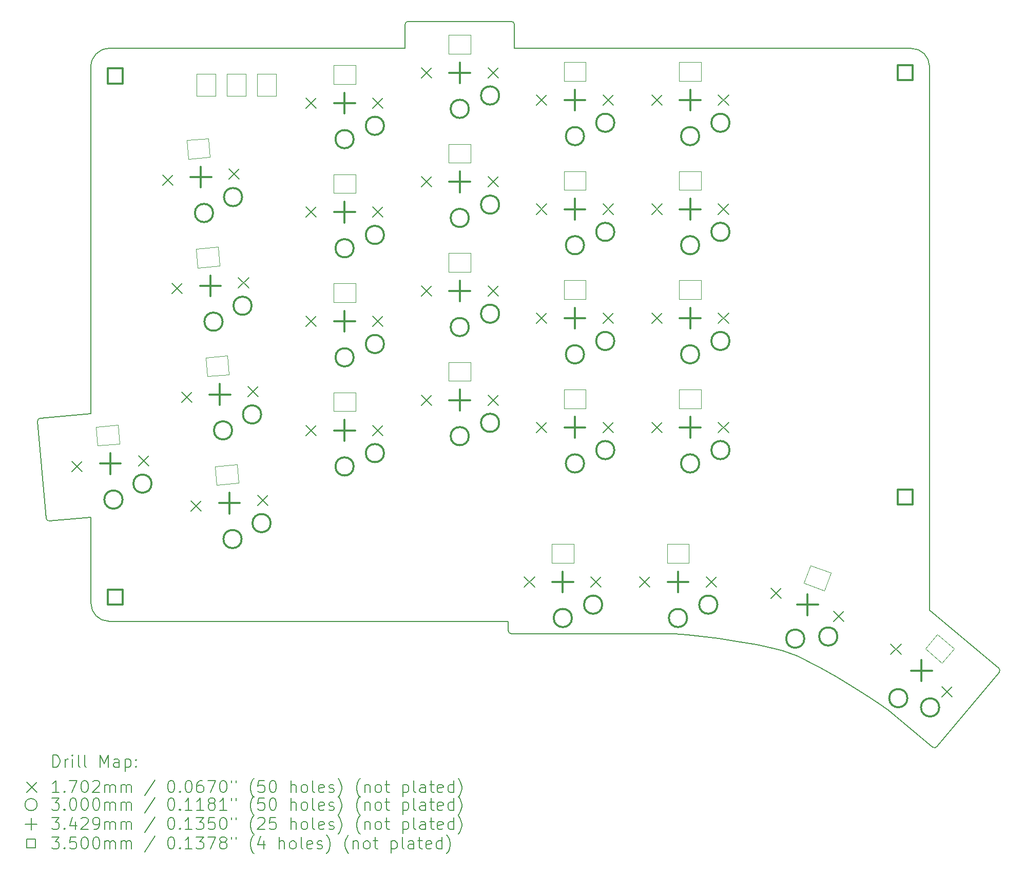
<source format=gbr>
%TF.GenerationSoftware,KiCad,Pcbnew,8.0.5*%
%TF.CreationDate,2024-11-21T21:26:15+01:00*%
%TF.ProjectId,stellar,7374656c-6c61-4722-9e6b-696361645f70,rev?*%
%TF.SameCoordinates,Original*%
%TF.FileFunction,Drillmap*%
%TF.FilePolarity,Positive*%
%FSLAX45Y45*%
G04 Gerber Fmt 4.5, Leading zero omitted, Abs format (unit mm)*
G04 Created by KiCad (PCBNEW 8.0.5) date 2024-11-21 21:26:15*
%MOMM*%
%LPD*%
G01*
G04 APERTURE LIST*
%ADD10C,0.149999*%
%ADD11C,0.150000*%
%ADD12C,0.100000*%
%ADD13C,0.200000*%
%ADD14C,0.170180*%
%ADD15C,0.300000*%
%ADD16C,0.342900*%
%ADD17C,0.350000*%
G04 APERTURE END LIST*
D10*
X17788740Y-13477738D02*
X18071101Y-13513153D01*
X12904310Y-3382360D02*
X12904310Y-3777569D01*
X14704812Y-3777569D02*
X14704812Y-3378944D01*
D11*
X21676342Y-15296352D02*
G75*
G02*
X21607956Y-15306969I-39732J30372D01*
G01*
D10*
X6886735Y-9878692D02*
X7720448Y-9805292D01*
X19489658Y-13859172D02*
X19619240Y-13923272D01*
D11*
X6841172Y-9930780D02*
G75*
G02*
X6886735Y-9878692I49948J2280D01*
G01*
X7720448Y-4086582D02*
G75*
G02*
X8020312Y-3777572I299862J9012D01*
G01*
D10*
X19619240Y-13923272D02*
X19752801Y-13993956D01*
X18071101Y-13513153D02*
X18381871Y-13558823D01*
D11*
X14655310Y-13432360D02*
G75*
G02*
X14605310Y-13382360I0J50000D01*
G01*
D10*
X6980422Y-11527111D02*
X6841172Y-9930780D01*
X7720312Y-12928265D02*
X7720312Y-11512500D01*
X18381871Y-13558823D02*
X18540613Y-13585523D01*
X14605310Y-13229643D02*
X8020312Y-13229643D01*
X8020312Y-13229643D02*
X8020312Y-13229360D01*
X18850215Y-13646690D02*
X18995237Y-13681172D01*
X12904310Y-3777569D02*
X8020312Y-3777569D01*
X17345641Y-13432414D02*
X17558142Y-13452517D01*
X22704278Y-14068368D02*
X21676342Y-15296352D01*
X19366229Y-13803468D02*
X19489658Y-13859172D01*
X14704812Y-3777569D02*
X21247384Y-3777569D01*
D11*
X14654950Y-3332715D02*
G75*
G02*
X14704803Y-3378944I0J-49995D01*
G01*
D10*
X14654950Y-3332715D02*
X12948360Y-3332715D01*
X7720448Y-9805292D02*
X7720448Y-4086582D01*
D11*
X8020312Y-13229360D02*
G75*
G02*
X7720312Y-12928265I-2J300000D01*
G01*
D10*
X18697701Y-13614809D02*
X18850215Y-13646690D01*
X19752801Y-13993956D02*
X20023168Y-14147816D01*
X19129847Y-13718265D02*
X19251127Y-13757974D01*
X21607957Y-15306966D02*
X20874751Y-14695375D01*
X18995237Y-13681172D02*
X19129847Y-13718265D01*
X14655310Y-13432360D02*
X17345641Y-13432360D01*
D11*
X12904310Y-3382360D02*
G75*
G02*
X12948360Y-3332715I50000J0D01*
G01*
X7032510Y-11572674D02*
G75*
G02*
X6980426Y-11527111I-2280J49945D01*
G01*
D10*
X17558142Y-13452517D02*
X17788740Y-13477738D01*
X20516016Y-14454720D02*
X20703722Y-14578742D01*
X21554180Y-4077492D02*
X21554180Y-13046291D01*
X19251127Y-13757974D02*
X19366229Y-13803468D01*
D11*
X21247384Y-3777569D02*
G75*
G02*
X21554178Y-4077492I6797J-299921D01*
G01*
D10*
X14605310Y-13382360D02*
X14605310Y-13229643D01*
X21554180Y-13046291D02*
X22694278Y-13999368D01*
D11*
X22694278Y-13999368D02*
G75*
G02*
X22704896Y-14067756I-30358J-39732D01*
G01*
D10*
X18540613Y-13585523D02*
X18697701Y-13614809D01*
X20283369Y-14306241D02*
X20516016Y-14454720D01*
X20023168Y-14147816D02*
X20283369Y-14306241D01*
X20703722Y-14578742D02*
X20874751Y-14695375D01*
X7720312Y-11512500D02*
X7032510Y-11572674D01*
D12*
X17224863Y-11954784D02*
X17224863Y-12264784D01*
X17224863Y-12264784D02*
X17584863Y-12264784D01*
X17584863Y-11954784D02*
X17224863Y-11954784D01*
X17584863Y-12264784D02*
X17584863Y-11954784D01*
X7806838Y-10021567D02*
X7833857Y-10330387D01*
X7833857Y-10330387D02*
X8192487Y-10299011D01*
X8165468Y-9990191D02*
X7806838Y-10021567D01*
X8192487Y-10299011D02*
X8165468Y-9990191D01*
X17424863Y-9404784D02*
X17424863Y-9714784D01*
X17424863Y-9714784D02*
X17784863Y-9714784D01*
X17784863Y-9404784D02*
X17424863Y-9404784D01*
X17784863Y-9714784D02*
X17784863Y-9404784D01*
X11724863Y-5854784D02*
X11724863Y-6164784D01*
X11724863Y-6164784D02*
X12084863Y-6164784D01*
X12084863Y-5854784D02*
X11724863Y-5854784D01*
X12084863Y-6164784D02*
X12084863Y-5854784D01*
X13624863Y-7154784D02*
X13624863Y-7464784D01*
X13624863Y-7464784D02*
X13984863Y-7464784D01*
X13984863Y-7154784D02*
X13624863Y-7154784D01*
X13984863Y-7464784D02*
X13984863Y-7154784D01*
X13624863Y-3554784D02*
X13624863Y-3864784D01*
X13624863Y-3864784D02*
X13984863Y-3864784D01*
X13984863Y-3554784D02*
X13624863Y-3554784D01*
X13984863Y-3864784D02*
X13984863Y-3554784D01*
X15524863Y-9404784D02*
X15524863Y-9714784D01*
X15524863Y-9714784D02*
X15884863Y-9714784D01*
X15884863Y-9404784D02*
X15524863Y-9404784D01*
X15884863Y-9714784D02*
X15884863Y-9404784D01*
X9457315Y-7086549D02*
X9484334Y-7395370D01*
X9484334Y-7395370D02*
X9842964Y-7363994D01*
X9815946Y-7055173D02*
X9457315Y-7086549D01*
X9842964Y-7363994D02*
X9815946Y-7055173D01*
X9467312Y-4202360D02*
X9467312Y-4562360D01*
X9467312Y-4562360D02*
X9777312Y-4562360D01*
X9777312Y-4202360D02*
X9467312Y-4202360D01*
X9777312Y-4562360D02*
X9777312Y-4202360D01*
X11724863Y-9454784D02*
X11724863Y-9764784D01*
X11724863Y-9764784D02*
X12084863Y-9764784D01*
X12084863Y-9454784D02*
X11724863Y-9454784D01*
X12084863Y-9764784D02*
X12084863Y-9454784D01*
X9300435Y-5293399D02*
X9327453Y-5602219D01*
X9327453Y-5602219D02*
X9686084Y-5570843D01*
X9659065Y-5262023D02*
X9300435Y-5293399D01*
X9686084Y-5570843D02*
X9659065Y-5262023D01*
X13624863Y-8954784D02*
X13624863Y-9264784D01*
X13624863Y-9264784D02*
X13984863Y-9264784D01*
X13984863Y-8954784D02*
X13624863Y-8954784D01*
X13984863Y-9264784D02*
X13984863Y-8954784D01*
X17424863Y-5804784D02*
X17424863Y-6114784D01*
X17424863Y-6114784D02*
X17784863Y-6114784D01*
X17784863Y-5804784D02*
X17424863Y-5804784D01*
X17784863Y-6114784D02*
X17784863Y-5804784D01*
X19480488Y-12599034D02*
X19818777Y-12722161D01*
X19586514Y-12307729D02*
X19480488Y-12599034D01*
X19818777Y-12722161D02*
X19924804Y-12430856D01*
X19924804Y-12430856D02*
X19586514Y-12307729D01*
X11724863Y-4054784D02*
X11724863Y-4364784D01*
X11724863Y-4364784D02*
X12084863Y-4364784D01*
X12084863Y-4054784D02*
X11724863Y-4054784D01*
X12084863Y-4364784D02*
X12084863Y-4054784D01*
X17424863Y-7604784D02*
X17424863Y-7914784D01*
X17424863Y-7914784D02*
X17784863Y-7914784D01*
X17784863Y-7604784D02*
X17424863Y-7604784D01*
X17784863Y-7914784D02*
X17784863Y-7604784D01*
X9614196Y-8879700D02*
X9641214Y-9188520D01*
X9641214Y-9188520D02*
X9999844Y-9157144D01*
X9972826Y-8848324D02*
X9614196Y-8879700D01*
X9999844Y-9157144D02*
X9972826Y-8848324D01*
X15524863Y-4004784D02*
X15524863Y-4314784D01*
X15524863Y-4314784D02*
X15884863Y-4314784D01*
X15884863Y-4004784D02*
X15524863Y-4004784D01*
X15884863Y-4314784D02*
X15884863Y-4004784D01*
X15324863Y-11954784D02*
X15324863Y-12264784D01*
X15324863Y-12264784D02*
X15684863Y-12264784D01*
X15684863Y-11954784D02*
X15324863Y-11954784D01*
X15684863Y-12264784D02*
X15684863Y-11954784D01*
X17424863Y-4004784D02*
X17424863Y-4314784D01*
X17424863Y-4314784D02*
X17784863Y-4314784D01*
X17784863Y-4004784D02*
X17424863Y-4004784D01*
X17784863Y-4314784D02*
X17784863Y-4004784D01*
X21485761Y-13684595D02*
X21761537Y-13915998D01*
X21685026Y-13447121D02*
X21485761Y-13684595D01*
X21761537Y-13915998D02*
X21960802Y-13678524D01*
X21960802Y-13678524D02*
X21685026Y-13447121D01*
X9967312Y-4202360D02*
X9967312Y-4562360D01*
X9967312Y-4562360D02*
X10277312Y-4562360D01*
X10277312Y-4202360D02*
X9967312Y-4202360D01*
X10277312Y-4562360D02*
X10277312Y-4202360D01*
X15524863Y-5804784D02*
X15524863Y-6114784D01*
X15524863Y-6114784D02*
X15884863Y-6114784D01*
X15884863Y-5804784D02*
X15524863Y-5804784D01*
X15884863Y-6114784D02*
X15884863Y-5804784D01*
X15524863Y-7604784D02*
X15524863Y-7914784D01*
X15524863Y-7914784D02*
X15884863Y-7914784D01*
X15884863Y-7604784D02*
X15524863Y-7604784D01*
X15884863Y-7914784D02*
X15884863Y-7604784D01*
X11724863Y-7654784D02*
X11724863Y-7964784D01*
X11724863Y-7964784D02*
X12084863Y-7964784D01*
X12084863Y-7654784D02*
X11724863Y-7654784D01*
X12084863Y-7964784D02*
X12084863Y-7654784D01*
X10467312Y-4202360D02*
X10467312Y-4562360D01*
X10467312Y-4562360D02*
X10777312Y-4562360D01*
X10777312Y-4202360D02*
X10467312Y-4202360D01*
X10777312Y-4562360D02*
X10777312Y-4202360D01*
X9771076Y-10672850D02*
X9798094Y-10981671D01*
X9798094Y-10981671D02*
X10156724Y-10950295D01*
X10129706Y-10641474D02*
X9771076Y-10672850D01*
X10156724Y-10950295D02*
X10129706Y-10641474D01*
X13624863Y-5354784D02*
X13624863Y-5664784D01*
X13624863Y-5664784D02*
X13984863Y-5664784D01*
X13984863Y-5354784D02*
X13624863Y-5354784D01*
X13984863Y-5664784D02*
X13984863Y-5354784D01*
D13*
D14*
X7407629Y-10591346D02*
X7577809Y-10761526D01*
X7577809Y-10591346D02*
X7407629Y-10761526D01*
X8503443Y-10495475D02*
X8673623Y-10665655D01*
X8673623Y-10495475D02*
X8503443Y-10665655D01*
X8901225Y-5863178D02*
X9071405Y-6033358D01*
X9071405Y-5863178D02*
X8901225Y-6033358D01*
X9058106Y-7656329D02*
X9228286Y-7826509D01*
X9228286Y-7656329D02*
X9058106Y-7826509D01*
X9214986Y-9449479D02*
X9385166Y-9619659D01*
X9385166Y-9449479D02*
X9214986Y-9619659D01*
X9371866Y-11242630D02*
X9542046Y-11412810D01*
X9542046Y-11242630D02*
X9371866Y-11412810D01*
X9997040Y-5767307D02*
X10167220Y-5937487D01*
X10167220Y-5767307D02*
X9997040Y-5937487D01*
X10153920Y-7560457D02*
X10324100Y-7730637D01*
X10324100Y-7560457D02*
X10153920Y-7730637D01*
X10310800Y-9353608D02*
X10480980Y-9523788D01*
X10480980Y-9353608D02*
X10310800Y-9523788D01*
X10467681Y-11146758D02*
X10637861Y-11316938D01*
X10637861Y-11146758D02*
X10467681Y-11316938D01*
X11269773Y-4594694D02*
X11439953Y-4764874D01*
X11439953Y-4594694D02*
X11269773Y-4764874D01*
X11269773Y-6394694D02*
X11439953Y-6564874D01*
X11439953Y-6394694D02*
X11269773Y-6564874D01*
X11269773Y-8194694D02*
X11439953Y-8364874D01*
X11439953Y-8194694D02*
X11269773Y-8364874D01*
X11269773Y-9994694D02*
X11439953Y-10164874D01*
X11439953Y-9994694D02*
X11269773Y-10164874D01*
X12369773Y-4594694D02*
X12539953Y-4764874D01*
X12539953Y-4594694D02*
X12369773Y-4764874D01*
X12369773Y-6394694D02*
X12539953Y-6564874D01*
X12539953Y-6394694D02*
X12369773Y-6564874D01*
X12369773Y-8194694D02*
X12539953Y-8364874D01*
X12539953Y-8194694D02*
X12369773Y-8364874D01*
X12369773Y-9994694D02*
X12539953Y-10164874D01*
X12539953Y-9994694D02*
X12369773Y-10164874D01*
X13169773Y-4094694D02*
X13339953Y-4264874D01*
X13339953Y-4094694D02*
X13169773Y-4264874D01*
X13169773Y-5894694D02*
X13339953Y-6064874D01*
X13339953Y-5894694D02*
X13169773Y-6064874D01*
X13169773Y-7694694D02*
X13339953Y-7864874D01*
X13339953Y-7694694D02*
X13169773Y-7864874D01*
X13169773Y-9494694D02*
X13339953Y-9664874D01*
X13339953Y-9494694D02*
X13169773Y-9664874D01*
X14269773Y-4094694D02*
X14439953Y-4264874D01*
X14439953Y-4094694D02*
X14269773Y-4264874D01*
X14269773Y-5894694D02*
X14439953Y-6064874D01*
X14439953Y-5894694D02*
X14269773Y-6064874D01*
X14269773Y-7694694D02*
X14439953Y-7864874D01*
X14439953Y-7694694D02*
X14269773Y-7864874D01*
X14269773Y-9494694D02*
X14439953Y-9664874D01*
X14439953Y-9494694D02*
X14269773Y-9664874D01*
X14869773Y-12494694D02*
X15039953Y-12664874D01*
X15039953Y-12494694D02*
X14869773Y-12664874D01*
X15069773Y-4544694D02*
X15239953Y-4714874D01*
X15239953Y-4544694D02*
X15069773Y-4714874D01*
X15069773Y-6344694D02*
X15239953Y-6514874D01*
X15239953Y-6344694D02*
X15069773Y-6514874D01*
X15069773Y-8144694D02*
X15239953Y-8314874D01*
X15239953Y-8144694D02*
X15069773Y-8314874D01*
X15069773Y-9944694D02*
X15239953Y-10114874D01*
X15239953Y-9944694D02*
X15069773Y-10114874D01*
X15969773Y-12494694D02*
X16139953Y-12664874D01*
X16139953Y-12494694D02*
X15969773Y-12664874D01*
X16169773Y-4544694D02*
X16339953Y-4714874D01*
X16339953Y-4544694D02*
X16169773Y-4714874D01*
X16169773Y-6344694D02*
X16339953Y-6514874D01*
X16339953Y-6344694D02*
X16169773Y-6514874D01*
X16169773Y-8144694D02*
X16339953Y-8314874D01*
X16339953Y-8144694D02*
X16169773Y-8314874D01*
X16169773Y-9944694D02*
X16339953Y-10114874D01*
X16339953Y-9944694D02*
X16169773Y-10114874D01*
X16769773Y-12494694D02*
X16939953Y-12664874D01*
X16939953Y-12494694D02*
X16769773Y-12664874D01*
X16969773Y-4544694D02*
X17139953Y-4714874D01*
X17139953Y-4544694D02*
X16969773Y-4714874D01*
X16969773Y-6344694D02*
X17139953Y-6514874D01*
X17139953Y-6344694D02*
X16969773Y-6514874D01*
X16969773Y-8144694D02*
X17139953Y-8314874D01*
X17139953Y-8144694D02*
X16969773Y-8314874D01*
X16969773Y-9944694D02*
X17139953Y-10114874D01*
X17139953Y-9944694D02*
X16969773Y-10114874D01*
X17869773Y-12494694D02*
X18039953Y-12664874D01*
X18039953Y-12494694D02*
X17869773Y-12664874D01*
X18069773Y-4544694D02*
X18239953Y-4714874D01*
X18239953Y-4544694D02*
X18069773Y-4714874D01*
X18069773Y-6344694D02*
X18239953Y-6514874D01*
X18239953Y-6344694D02*
X18069773Y-6514874D01*
X18069773Y-8144694D02*
X18239953Y-8314874D01*
X18239953Y-8144694D02*
X18069773Y-8314874D01*
X18069773Y-9944694D02*
X18239953Y-10114874D01*
X18239953Y-9944694D02*
X18069773Y-10114874D01*
X18939975Y-12683399D02*
X19110155Y-12853579D01*
X19110155Y-12683399D02*
X18939975Y-12853579D01*
X19973637Y-13059622D02*
X20143817Y-13229802D01*
X20143817Y-13059622D02*
X19973637Y-13229802D01*
X20914757Y-13602977D02*
X21084937Y-13773157D01*
X21084937Y-13602977D02*
X20914757Y-13773157D01*
X21757406Y-14310044D02*
X21927586Y-14480224D01*
X21927586Y-14310044D02*
X21757406Y-14480224D01*
D15*
X8242483Y-11221236D02*
G75*
G02*
X7942483Y-11221236I-150000J0D01*
G01*
X7942483Y-11221236D02*
G75*
G02*
X8242483Y-11221236I150000J0D01*
G01*
X8721407Y-10958495D02*
G75*
G02*
X8421407Y-10958495I-150000J0D01*
G01*
X8421407Y-10958495D02*
G75*
G02*
X8721407Y-10958495I150000J0D01*
G01*
X9736080Y-6493068D02*
G75*
G02*
X9436080Y-6493068I-150000J0D01*
G01*
X9436080Y-6493068D02*
G75*
G02*
X9736080Y-6493068I150000J0D01*
G01*
X9892961Y-8286219D02*
G75*
G02*
X9592961Y-8286219I-150000J0D01*
G01*
X9592961Y-8286219D02*
G75*
G02*
X9892961Y-8286219I150000J0D01*
G01*
X10049841Y-10079369D02*
G75*
G02*
X9749841Y-10079369I-150000J0D01*
G01*
X9749841Y-10079369D02*
G75*
G02*
X10049841Y-10079369I150000J0D01*
G01*
X10206721Y-11872520D02*
G75*
G02*
X9906721Y-11872520I-150000J0D01*
G01*
X9906721Y-11872520D02*
G75*
G02*
X10206721Y-11872520I150000J0D01*
G01*
X10215004Y-6230328D02*
G75*
G02*
X9915004Y-6230328I-150000J0D01*
G01*
X9915004Y-6230328D02*
G75*
G02*
X10215004Y-6230328I150000J0D01*
G01*
X10371884Y-8023478D02*
G75*
G02*
X10071884Y-8023478I-150000J0D01*
G01*
X10071884Y-8023478D02*
G75*
G02*
X10371884Y-8023478I150000J0D01*
G01*
X10528764Y-9816629D02*
G75*
G02*
X10228764Y-9816629I-150000J0D01*
G01*
X10228764Y-9816629D02*
G75*
G02*
X10528764Y-9816629I150000J0D01*
G01*
X10685645Y-11609779D02*
G75*
G02*
X10385645Y-11609779I-150000J0D01*
G01*
X10385645Y-11609779D02*
G75*
G02*
X10685645Y-11609779I150000J0D01*
G01*
X12054863Y-5274784D02*
G75*
G02*
X11754863Y-5274784I-150000J0D01*
G01*
X11754863Y-5274784D02*
G75*
G02*
X12054863Y-5274784I150000J0D01*
G01*
X12054863Y-7074784D02*
G75*
G02*
X11754863Y-7074784I-150000J0D01*
G01*
X11754863Y-7074784D02*
G75*
G02*
X12054863Y-7074784I150000J0D01*
G01*
X12054863Y-8874784D02*
G75*
G02*
X11754863Y-8874784I-150000J0D01*
G01*
X11754863Y-8874784D02*
G75*
G02*
X12054863Y-8874784I150000J0D01*
G01*
X12054863Y-10674784D02*
G75*
G02*
X11754863Y-10674784I-150000J0D01*
G01*
X11754863Y-10674784D02*
G75*
G02*
X12054863Y-10674784I150000J0D01*
G01*
X12554863Y-5054784D02*
G75*
G02*
X12254863Y-5054784I-150000J0D01*
G01*
X12254863Y-5054784D02*
G75*
G02*
X12554863Y-5054784I150000J0D01*
G01*
X12554863Y-6854784D02*
G75*
G02*
X12254863Y-6854784I-150000J0D01*
G01*
X12254863Y-6854784D02*
G75*
G02*
X12554863Y-6854784I150000J0D01*
G01*
X12554863Y-8654784D02*
G75*
G02*
X12254863Y-8654784I-150000J0D01*
G01*
X12254863Y-8654784D02*
G75*
G02*
X12554863Y-8654784I150000J0D01*
G01*
X12554863Y-10454784D02*
G75*
G02*
X12254863Y-10454784I-150000J0D01*
G01*
X12254863Y-10454784D02*
G75*
G02*
X12554863Y-10454784I150000J0D01*
G01*
X13954863Y-4774784D02*
G75*
G02*
X13654863Y-4774784I-150000J0D01*
G01*
X13654863Y-4774784D02*
G75*
G02*
X13954863Y-4774784I150000J0D01*
G01*
X13954863Y-6574784D02*
G75*
G02*
X13654863Y-6574784I-150000J0D01*
G01*
X13654863Y-6574784D02*
G75*
G02*
X13954863Y-6574784I150000J0D01*
G01*
X13954863Y-8374784D02*
G75*
G02*
X13654863Y-8374784I-150000J0D01*
G01*
X13654863Y-8374784D02*
G75*
G02*
X13954863Y-8374784I150000J0D01*
G01*
X13954863Y-10174784D02*
G75*
G02*
X13654863Y-10174784I-150000J0D01*
G01*
X13654863Y-10174784D02*
G75*
G02*
X13954863Y-10174784I150000J0D01*
G01*
X14454863Y-4554784D02*
G75*
G02*
X14154863Y-4554784I-150000J0D01*
G01*
X14154863Y-4554784D02*
G75*
G02*
X14454863Y-4554784I150000J0D01*
G01*
X14454863Y-6354784D02*
G75*
G02*
X14154863Y-6354784I-150000J0D01*
G01*
X14154863Y-6354784D02*
G75*
G02*
X14454863Y-6354784I150000J0D01*
G01*
X14454863Y-8154784D02*
G75*
G02*
X14154863Y-8154784I-150000J0D01*
G01*
X14154863Y-8154784D02*
G75*
G02*
X14454863Y-8154784I150000J0D01*
G01*
X14454863Y-9954784D02*
G75*
G02*
X14154863Y-9954784I-150000J0D01*
G01*
X14154863Y-9954784D02*
G75*
G02*
X14454863Y-9954784I150000J0D01*
G01*
X15654863Y-13174784D02*
G75*
G02*
X15354863Y-13174784I-150000J0D01*
G01*
X15354863Y-13174784D02*
G75*
G02*
X15654863Y-13174784I150000J0D01*
G01*
X15854863Y-5224784D02*
G75*
G02*
X15554863Y-5224784I-150000J0D01*
G01*
X15554863Y-5224784D02*
G75*
G02*
X15854863Y-5224784I150000J0D01*
G01*
X15854863Y-7024784D02*
G75*
G02*
X15554863Y-7024784I-150000J0D01*
G01*
X15554863Y-7024784D02*
G75*
G02*
X15854863Y-7024784I150000J0D01*
G01*
X15854863Y-8824784D02*
G75*
G02*
X15554863Y-8824784I-150000J0D01*
G01*
X15554863Y-8824784D02*
G75*
G02*
X15854863Y-8824784I150000J0D01*
G01*
X15854863Y-10624784D02*
G75*
G02*
X15554863Y-10624784I-150000J0D01*
G01*
X15554863Y-10624784D02*
G75*
G02*
X15854863Y-10624784I150000J0D01*
G01*
X16154863Y-12954784D02*
G75*
G02*
X15854863Y-12954784I-150000J0D01*
G01*
X15854863Y-12954784D02*
G75*
G02*
X16154863Y-12954784I150000J0D01*
G01*
X16354863Y-5004784D02*
G75*
G02*
X16054863Y-5004784I-150000J0D01*
G01*
X16054863Y-5004784D02*
G75*
G02*
X16354863Y-5004784I150000J0D01*
G01*
X16354863Y-6804784D02*
G75*
G02*
X16054863Y-6804784I-150000J0D01*
G01*
X16054863Y-6804784D02*
G75*
G02*
X16354863Y-6804784I150000J0D01*
G01*
X16354863Y-8604784D02*
G75*
G02*
X16054863Y-8604784I-150000J0D01*
G01*
X16054863Y-8604784D02*
G75*
G02*
X16354863Y-8604784I150000J0D01*
G01*
X16354863Y-10404784D02*
G75*
G02*
X16054863Y-10404784I-150000J0D01*
G01*
X16054863Y-10404784D02*
G75*
G02*
X16354863Y-10404784I150000J0D01*
G01*
X17554863Y-13174784D02*
G75*
G02*
X17254863Y-13174784I-150000J0D01*
G01*
X17254863Y-13174784D02*
G75*
G02*
X17554863Y-13174784I150000J0D01*
G01*
X17754863Y-5224784D02*
G75*
G02*
X17454863Y-5224784I-150000J0D01*
G01*
X17454863Y-5224784D02*
G75*
G02*
X17754863Y-5224784I150000J0D01*
G01*
X17754863Y-7024784D02*
G75*
G02*
X17454863Y-7024784I-150000J0D01*
G01*
X17454863Y-7024784D02*
G75*
G02*
X17754863Y-7024784I150000J0D01*
G01*
X17754863Y-8824784D02*
G75*
G02*
X17454863Y-8824784I-150000J0D01*
G01*
X17454863Y-8824784D02*
G75*
G02*
X17754863Y-8824784I150000J0D01*
G01*
X17754863Y-10624784D02*
G75*
G02*
X17454863Y-10624784I-150000J0D01*
G01*
X17454863Y-10624784D02*
G75*
G02*
X17754863Y-10624784I150000J0D01*
G01*
X18054863Y-12954784D02*
G75*
G02*
X17754863Y-12954784I-150000J0D01*
G01*
X17754863Y-12954784D02*
G75*
G02*
X18054863Y-12954784I150000J0D01*
G01*
X18254863Y-5004784D02*
G75*
G02*
X17954863Y-5004784I-150000J0D01*
G01*
X17954863Y-5004784D02*
G75*
G02*
X18254863Y-5004784I150000J0D01*
G01*
X18254863Y-6804784D02*
G75*
G02*
X17954863Y-6804784I-150000J0D01*
G01*
X17954863Y-6804784D02*
G75*
G02*
X18254863Y-6804784I150000J0D01*
G01*
X18254863Y-8604784D02*
G75*
G02*
X17954863Y-8604784I-150000J0D01*
G01*
X17954863Y-8604784D02*
G75*
G02*
X18254863Y-8604784I150000J0D01*
G01*
X18254863Y-10404784D02*
G75*
G02*
X17954863Y-10404784I-150000J0D01*
G01*
X17954863Y-10404784D02*
G75*
G02*
X18254863Y-10404784I150000J0D01*
G01*
X19488394Y-13515718D02*
G75*
G02*
X19188394Y-13515718I-150000J0D01*
G01*
X19188394Y-13515718D02*
G75*
G02*
X19488394Y-13515718I150000J0D01*
G01*
X20033485Y-13479995D02*
G75*
G02*
X19733485Y-13479995I-150000J0D01*
G01*
X19733485Y-13479995D02*
G75*
G02*
X20033485Y-13479995I150000J0D01*
G01*
X21188713Y-14497397D02*
G75*
G02*
X20888713Y-14497397I-150000J0D01*
G01*
X20888713Y-14497397D02*
G75*
G02*
X21188713Y-14497397I150000J0D01*
G01*
X21713148Y-14650261D02*
G75*
G02*
X21413148Y-14650261I-150000J0D01*
G01*
X21413148Y-14650261D02*
G75*
G02*
X21713148Y-14650261I150000J0D01*
G01*
D16*
X8040626Y-10457050D02*
X8040626Y-10799950D01*
X7869176Y-10628500D02*
X8212076Y-10628500D01*
X9534223Y-5728882D02*
X9534223Y-6071782D01*
X9362773Y-5900332D02*
X9705673Y-5900332D01*
X9691103Y-7522033D02*
X9691103Y-7864933D01*
X9519653Y-7693483D02*
X9862553Y-7693483D01*
X9847983Y-9315184D02*
X9847983Y-9658084D01*
X9676533Y-9486634D02*
X10019433Y-9486634D01*
X10004863Y-11108334D02*
X10004863Y-11451234D01*
X9833413Y-11279784D02*
X10176313Y-11279784D01*
X11904863Y-4508334D02*
X11904863Y-4851234D01*
X11733413Y-4679784D02*
X12076313Y-4679784D01*
X11904863Y-6308334D02*
X11904863Y-6651234D01*
X11733413Y-6479784D02*
X12076313Y-6479784D01*
X11904863Y-8108334D02*
X11904863Y-8451234D01*
X11733413Y-8279784D02*
X12076313Y-8279784D01*
X11904863Y-9908334D02*
X11904863Y-10251234D01*
X11733413Y-10079784D02*
X12076313Y-10079784D01*
X13804863Y-4008334D02*
X13804863Y-4351234D01*
X13633413Y-4179784D02*
X13976313Y-4179784D01*
X13804863Y-5808334D02*
X13804863Y-6151234D01*
X13633413Y-5979784D02*
X13976313Y-5979784D01*
X13804863Y-7608334D02*
X13804863Y-7951234D01*
X13633413Y-7779784D02*
X13976313Y-7779784D01*
X13804863Y-9408334D02*
X13804863Y-9751234D01*
X13633413Y-9579784D02*
X13976313Y-9579784D01*
X15504863Y-12408334D02*
X15504863Y-12751234D01*
X15333413Y-12579784D02*
X15676313Y-12579784D01*
X15704863Y-4458334D02*
X15704863Y-4801234D01*
X15533413Y-4629784D02*
X15876313Y-4629784D01*
X15704863Y-6258334D02*
X15704863Y-6601234D01*
X15533413Y-6429784D02*
X15876313Y-6429784D01*
X15704863Y-8058334D02*
X15704863Y-8401234D01*
X15533413Y-8229784D02*
X15876313Y-8229784D01*
X15704863Y-9858334D02*
X15704863Y-10201234D01*
X15533413Y-10029784D02*
X15876313Y-10029784D01*
X17404863Y-12408334D02*
X17404863Y-12751234D01*
X17233413Y-12579784D02*
X17576313Y-12579784D01*
X17604863Y-4458334D02*
X17604863Y-4801234D01*
X17433413Y-4629784D02*
X17776313Y-4629784D01*
X17604863Y-6258334D02*
X17604863Y-6601234D01*
X17433413Y-6429784D02*
X17776313Y-6429784D01*
X17604863Y-8058334D02*
X17604863Y-8401234D01*
X17433413Y-8229784D02*
X17776313Y-8229784D01*
X17604863Y-9858334D02*
X17604863Y-10201234D01*
X17433413Y-10029784D02*
X17776313Y-10029784D01*
X19541896Y-12785150D02*
X19541896Y-13128050D01*
X19370446Y-12956600D02*
X19713346Y-12956600D01*
X21421171Y-13870150D02*
X21421171Y-14213050D01*
X21249721Y-14041600D02*
X21592621Y-14041600D01*
D17*
X8244055Y-4356105D02*
X8244055Y-4108615D01*
X7996565Y-4108615D01*
X7996565Y-4356105D01*
X8244055Y-4356105D01*
X8244055Y-12953105D02*
X8244055Y-12705615D01*
X7996565Y-12705615D01*
X7996565Y-12953105D01*
X8244055Y-12953105D01*
X21277925Y-4301235D02*
X21277925Y-4053745D01*
X21030435Y-4053745D01*
X21030435Y-4301235D01*
X21277925Y-4301235D01*
X21277925Y-11301235D02*
X21277925Y-11053745D01*
X21030435Y-11053745D01*
X21030435Y-11301235D01*
X21277925Y-11301235D01*
D13*
X7094396Y-15634975D02*
X7094396Y-15434975D01*
X7094396Y-15434975D02*
X7142015Y-15434975D01*
X7142015Y-15434975D02*
X7170587Y-15444499D01*
X7170587Y-15444499D02*
X7189635Y-15463546D01*
X7189635Y-15463546D02*
X7199158Y-15482594D01*
X7199158Y-15482594D02*
X7208682Y-15520689D01*
X7208682Y-15520689D02*
X7208682Y-15549261D01*
X7208682Y-15549261D02*
X7199158Y-15587356D01*
X7199158Y-15587356D02*
X7189635Y-15606404D01*
X7189635Y-15606404D02*
X7170587Y-15625451D01*
X7170587Y-15625451D02*
X7142015Y-15634975D01*
X7142015Y-15634975D02*
X7094396Y-15634975D01*
X7294396Y-15634975D02*
X7294396Y-15501642D01*
X7294396Y-15539737D02*
X7303920Y-15520689D01*
X7303920Y-15520689D02*
X7313444Y-15511165D01*
X7313444Y-15511165D02*
X7332492Y-15501642D01*
X7332492Y-15501642D02*
X7351539Y-15501642D01*
X7418206Y-15634975D02*
X7418206Y-15501642D01*
X7418206Y-15434975D02*
X7408682Y-15444499D01*
X7408682Y-15444499D02*
X7418206Y-15454023D01*
X7418206Y-15454023D02*
X7427730Y-15444499D01*
X7427730Y-15444499D02*
X7418206Y-15434975D01*
X7418206Y-15434975D02*
X7418206Y-15454023D01*
X7542015Y-15634975D02*
X7522968Y-15625451D01*
X7522968Y-15625451D02*
X7513444Y-15606404D01*
X7513444Y-15606404D02*
X7513444Y-15434975D01*
X7646777Y-15634975D02*
X7627730Y-15625451D01*
X7627730Y-15625451D02*
X7618206Y-15606404D01*
X7618206Y-15606404D02*
X7618206Y-15434975D01*
X7875349Y-15634975D02*
X7875349Y-15434975D01*
X7875349Y-15434975D02*
X7942016Y-15577832D01*
X7942016Y-15577832D02*
X8008682Y-15434975D01*
X8008682Y-15434975D02*
X8008682Y-15634975D01*
X8189635Y-15634975D02*
X8189635Y-15530213D01*
X8189635Y-15530213D02*
X8180111Y-15511165D01*
X8180111Y-15511165D02*
X8161063Y-15501642D01*
X8161063Y-15501642D02*
X8122968Y-15501642D01*
X8122968Y-15501642D02*
X8103920Y-15511165D01*
X8189635Y-15625451D02*
X8170587Y-15634975D01*
X8170587Y-15634975D02*
X8122968Y-15634975D01*
X8122968Y-15634975D02*
X8103920Y-15625451D01*
X8103920Y-15625451D02*
X8094396Y-15606404D01*
X8094396Y-15606404D02*
X8094396Y-15587356D01*
X8094396Y-15587356D02*
X8103920Y-15568308D01*
X8103920Y-15568308D02*
X8122968Y-15558785D01*
X8122968Y-15558785D02*
X8170587Y-15558785D01*
X8170587Y-15558785D02*
X8189635Y-15549261D01*
X8284873Y-15501642D02*
X8284873Y-15701642D01*
X8284873Y-15511165D02*
X8303920Y-15501642D01*
X8303920Y-15501642D02*
X8342016Y-15501642D01*
X8342016Y-15501642D02*
X8361063Y-15511165D01*
X8361063Y-15511165D02*
X8370587Y-15520689D01*
X8370587Y-15520689D02*
X8380111Y-15539737D01*
X8380111Y-15539737D02*
X8380111Y-15596880D01*
X8380111Y-15596880D02*
X8370587Y-15615927D01*
X8370587Y-15615927D02*
X8361063Y-15625451D01*
X8361063Y-15625451D02*
X8342016Y-15634975D01*
X8342016Y-15634975D02*
X8303920Y-15634975D01*
X8303920Y-15634975D02*
X8284873Y-15625451D01*
X8465825Y-15615927D02*
X8475349Y-15625451D01*
X8475349Y-15625451D02*
X8465825Y-15634975D01*
X8465825Y-15634975D02*
X8456301Y-15625451D01*
X8456301Y-15625451D02*
X8465825Y-15615927D01*
X8465825Y-15615927D02*
X8465825Y-15634975D01*
X8465825Y-15511165D02*
X8475349Y-15520689D01*
X8475349Y-15520689D02*
X8465825Y-15530213D01*
X8465825Y-15530213D02*
X8456301Y-15520689D01*
X8456301Y-15520689D02*
X8465825Y-15511165D01*
X8465825Y-15511165D02*
X8465825Y-15530213D01*
D14*
X6663440Y-15878401D02*
X6833620Y-16048581D01*
X6833620Y-15878401D02*
X6663440Y-16048581D01*
D13*
X7199158Y-16054975D02*
X7084873Y-16054975D01*
X7142015Y-16054975D02*
X7142015Y-15854975D01*
X7142015Y-15854975D02*
X7122968Y-15883546D01*
X7122968Y-15883546D02*
X7103920Y-15902594D01*
X7103920Y-15902594D02*
X7084873Y-15912118D01*
X7284873Y-16035927D02*
X7294396Y-16045451D01*
X7294396Y-16045451D02*
X7284873Y-16054975D01*
X7284873Y-16054975D02*
X7275349Y-16045451D01*
X7275349Y-16045451D02*
X7284873Y-16035927D01*
X7284873Y-16035927D02*
X7284873Y-16054975D01*
X7361063Y-15854975D02*
X7494396Y-15854975D01*
X7494396Y-15854975D02*
X7408682Y-16054975D01*
X7608682Y-15854975D02*
X7627730Y-15854975D01*
X7627730Y-15854975D02*
X7646777Y-15864499D01*
X7646777Y-15864499D02*
X7656301Y-15874023D01*
X7656301Y-15874023D02*
X7665825Y-15893070D01*
X7665825Y-15893070D02*
X7675349Y-15931165D01*
X7675349Y-15931165D02*
X7675349Y-15978785D01*
X7675349Y-15978785D02*
X7665825Y-16016880D01*
X7665825Y-16016880D02*
X7656301Y-16035927D01*
X7656301Y-16035927D02*
X7646777Y-16045451D01*
X7646777Y-16045451D02*
X7627730Y-16054975D01*
X7627730Y-16054975D02*
X7608682Y-16054975D01*
X7608682Y-16054975D02*
X7589635Y-16045451D01*
X7589635Y-16045451D02*
X7580111Y-16035927D01*
X7580111Y-16035927D02*
X7570587Y-16016880D01*
X7570587Y-16016880D02*
X7561063Y-15978785D01*
X7561063Y-15978785D02*
X7561063Y-15931165D01*
X7561063Y-15931165D02*
X7570587Y-15893070D01*
X7570587Y-15893070D02*
X7580111Y-15874023D01*
X7580111Y-15874023D02*
X7589635Y-15864499D01*
X7589635Y-15864499D02*
X7608682Y-15854975D01*
X7751539Y-15874023D02*
X7761063Y-15864499D01*
X7761063Y-15864499D02*
X7780111Y-15854975D01*
X7780111Y-15854975D02*
X7827730Y-15854975D01*
X7827730Y-15854975D02*
X7846777Y-15864499D01*
X7846777Y-15864499D02*
X7856301Y-15874023D01*
X7856301Y-15874023D02*
X7865825Y-15893070D01*
X7865825Y-15893070D02*
X7865825Y-15912118D01*
X7865825Y-15912118D02*
X7856301Y-15940689D01*
X7856301Y-15940689D02*
X7742016Y-16054975D01*
X7742016Y-16054975D02*
X7865825Y-16054975D01*
X7951539Y-16054975D02*
X7951539Y-15921642D01*
X7951539Y-15940689D02*
X7961063Y-15931165D01*
X7961063Y-15931165D02*
X7980111Y-15921642D01*
X7980111Y-15921642D02*
X8008682Y-15921642D01*
X8008682Y-15921642D02*
X8027730Y-15931165D01*
X8027730Y-15931165D02*
X8037254Y-15950213D01*
X8037254Y-15950213D02*
X8037254Y-16054975D01*
X8037254Y-15950213D02*
X8046777Y-15931165D01*
X8046777Y-15931165D02*
X8065825Y-15921642D01*
X8065825Y-15921642D02*
X8094396Y-15921642D01*
X8094396Y-15921642D02*
X8113444Y-15931165D01*
X8113444Y-15931165D02*
X8122968Y-15950213D01*
X8122968Y-15950213D02*
X8122968Y-16054975D01*
X8218206Y-16054975D02*
X8218206Y-15921642D01*
X8218206Y-15940689D02*
X8227730Y-15931165D01*
X8227730Y-15931165D02*
X8246777Y-15921642D01*
X8246777Y-15921642D02*
X8275349Y-15921642D01*
X8275349Y-15921642D02*
X8294397Y-15931165D01*
X8294397Y-15931165D02*
X8303920Y-15950213D01*
X8303920Y-15950213D02*
X8303920Y-16054975D01*
X8303920Y-15950213D02*
X8313444Y-15931165D01*
X8313444Y-15931165D02*
X8332492Y-15921642D01*
X8332492Y-15921642D02*
X8361063Y-15921642D01*
X8361063Y-15921642D02*
X8380111Y-15931165D01*
X8380111Y-15931165D02*
X8389635Y-15950213D01*
X8389635Y-15950213D02*
X8389635Y-16054975D01*
X8780111Y-15845451D02*
X8608682Y-16102594D01*
X9037254Y-15854975D02*
X9056302Y-15854975D01*
X9056302Y-15854975D02*
X9075349Y-15864499D01*
X9075349Y-15864499D02*
X9084873Y-15874023D01*
X9084873Y-15874023D02*
X9094397Y-15893070D01*
X9094397Y-15893070D02*
X9103921Y-15931165D01*
X9103921Y-15931165D02*
X9103921Y-15978785D01*
X9103921Y-15978785D02*
X9094397Y-16016880D01*
X9094397Y-16016880D02*
X9084873Y-16035927D01*
X9084873Y-16035927D02*
X9075349Y-16045451D01*
X9075349Y-16045451D02*
X9056302Y-16054975D01*
X9056302Y-16054975D02*
X9037254Y-16054975D01*
X9037254Y-16054975D02*
X9018206Y-16045451D01*
X9018206Y-16045451D02*
X9008682Y-16035927D01*
X9008682Y-16035927D02*
X8999159Y-16016880D01*
X8999159Y-16016880D02*
X8989635Y-15978785D01*
X8989635Y-15978785D02*
X8989635Y-15931165D01*
X8989635Y-15931165D02*
X8999159Y-15893070D01*
X8999159Y-15893070D02*
X9008682Y-15874023D01*
X9008682Y-15874023D02*
X9018206Y-15864499D01*
X9018206Y-15864499D02*
X9037254Y-15854975D01*
X9189635Y-16035927D02*
X9199159Y-16045451D01*
X9199159Y-16045451D02*
X9189635Y-16054975D01*
X9189635Y-16054975D02*
X9180111Y-16045451D01*
X9180111Y-16045451D02*
X9189635Y-16035927D01*
X9189635Y-16035927D02*
X9189635Y-16054975D01*
X9322968Y-15854975D02*
X9342016Y-15854975D01*
X9342016Y-15854975D02*
X9361063Y-15864499D01*
X9361063Y-15864499D02*
X9370587Y-15874023D01*
X9370587Y-15874023D02*
X9380111Y-15893070D01*
X9380111Y-15893070D02*
X9389635Y-15931165D01*
X9389635Y-15931165D02*
X9389635Y-15978785D01*
X9389635Y-15978785D02*
X9380111Y-16016880D01*
X9380111Y-16016880D02*
X9370587Y-16035927D01*
X9370587Y-16035927D02*
X9361063Y-16045451D01*
X9361063Y-16045451D02*
X9342016Y-16054975D01*
X9342016Y-16054975D02*
X9322968Y-16054975D01*
X9322968Y-16054975D02*
X9303921Y-16045451D01*
X9303921Y-16045451D02*
X9294397Y-16035927D01*
X9294397Y-16035927D02*
X9284873Y-16016880D01*
X9284873Y-16016880D02*
X9275349Y-15978785D01*
X9275349Y-15978785D02*
X9275349Y-15931165D01*
X9275349Y-15931165D02*
X9284873Y-15893070D01*
X9284873Y-15893070D02*
X9294397Y-15874023D01*
X9294397Y-15874023D02*
X9303921Y-15864499D01*
X9303921Y-15864499D02*
X9322968Y-15854975D01*
X9561063Y-15854975D02*
X9522968Y-15854975D01*
X9522968Y-15854975D02*
X9503921Y-15864499D01*
X9503921Y-15864499D02*
X9494397Y-15874023D01*
X9494397Y-15874023D02*
X9475349Y-15902594D01*
X9475349Y-15902594D02*
X9465825Y-15940689D01*
X9465825Y-15940689D02*
X9465825Y-16016880D01*
X9465825Y-16016880D02*
X9475349Y-16035927D01*
X9475349Y-16035927D02*
X9484873Y-16045451D01*
X9484873Y-16045451D02*
X9503921Y-16054975D01*
X9503921Y-16054975D02*
X9542016Y-16054975D01*
X9542016Y-16054975D02*
X9561063Y-16045451D01*
X9561063Y-16045451D02*
X9570587Y-16035927D01*
X9570587Y-16035927D02*
X9580111Y-16016880D01*
X9580111Y-16016880D02*
X9580111Y-15969261D01*
X9580111Y-15969261D02*
X9570587Y-15950213D01*
X9570587Y-15950213D02*
X9561063Y-15940689D01*
X9561063Y-15940689D02*
X9542016Y-15931165D01*
X9542016Y-15931165D02*
X9503921Y-15931165D01*
X9503921Y-15931165D02*
X9484873Y-15940689D01*
X9484873Y-15940689D02*
X9475349Y-15950213D01*
X9475349Y-15950213D02*
X9465825Y-15969261D01*
X9646778Y-15854975D02*
X9780111Y-15854975D01*
X9780111Y-15854975D02*
X9694397Y-16054975D01*
X9894397Y-15854975D02*
X9913444Y-15854975D01*
X9913444Y-15854975D02*
X9932492Y-15864499D01*
X9932492Y-15864499D02*
X9942016Y-15874023D01*
X9942016Y-15874023D02*
X9951540Y-15893070D01*
X9951540Y-15893070D02*
X9961063Y-15931165D01*
X9961063Y-15931165D02*
X9961063Y-15978785D01*
X9961063Y-15978785D02*
X9951540Y-16016880D01*
X9951540Y-16016880D02*
X9942016Y-16035927D01*
X9942016Y-16035927D02*
X9932492Y-16045451D01*
X9932492Y-16045451D02*
X9913444Y-16054975D01*
X9913444Y-16054975D02*
X9894397Y-16054975D01*
X9894397Y-16054975D02*
X9875349Y-16045451D01*
X9875349Y-16045451D02*
X9865825Y-16035927D01*
X9865825Y-16035927D02*
X9856302Y-16016880D01*
X9856302Y-16016880D02*
X9846778Y-15978785D01*
X9846778Y-15978785D02*
X9846778Y-15931165D01*
X9846778Y-15931165D02*
X9856302Y-15893070D01*
X9856302Y-15893070D02*
X9865825Y-15874023D01*
X9865825Y-15874023D02*
X9875349Y-15864499D01*
X9875349Y-15864499D02*
X9894397Y-15854975D01*
X10037254Y-15854975D02*
X10037254Y-15893070D01*
X10113444Y-15854975D02*
X10113444Y-15893070D01*
X10408683Y-16131165D02*
X10399159Y-16121642D01*
X10399159Y-16121642D02*
X10380111Y-16093070D01*
X10380111Y-16093070D02*
X10370587Y-16074023D01*
X10370587Y-16074023D02*
X10361064Y-16045451D01*
X10361064Y-16045451D02*
X10351540Y-15997832D01*
X10351540Y-15997832D02*
X10351540Y-15959737D01*
X10351540Y-15959737D02*
X10361064Y-15912118D01*
X10361064Y-15912118D02*
X10370587Y-15883546D01*
X10370587Y-15883546D02*
X10380111Y-15864499D01*
X10380111Y-15864499D02*
X10399159Y-15835927D01*
X10399159Y-15835927D02*
X10408683Y-15826404D01*
X10580111Y-15854975D02*
X10484873Y-15854975D01*
X10484873Y-15854975D02*
X10475349Y-15950213D01*
X10475349Y-15950213D02*
X10484873Y-15940689D01*
X10484873Y-15940689D02*
X10503921Y-15931165D01*
X10503921Y-15931165D02*
X10551540Y-15931165D01*
X10551540Y-15931165D02*
X10570587Y-15940689D01*
X10570587Y-15940689D02*
X10580111Y-15950213D01*
X10580111Y-15950213D02*
X10589635Y-15969261D01*
X10589635Y-15969261D02*
X10589635Y-16016880D01*
X10589635Y-16016880D02*
X10580111Y-16035927D01*
X10580111Y-16035927D02*
X10570587Y-16045451D01*
X10570587Y-16045451D02*
X10551540Y-16054975D01*
X10551540Y-16054975D02*
X10503921Y-16054975D01*
X10503921Y-16054975D02*
X10484873Y-16045451D01*
X10484873Y-16045451D02*
X10475349Y-16035927D01*
X10713444Y-15854975D02*
X10732492Y-15854975D01*
X10732492Y-15854975D02*
X10751540Y-15864499D01*
X10751540Y-15864499D02*
X10761064Y-15874023D01*
X10761064Y-15874023D02*
X10770587Y-15893070D01*
X10770587Y-15893070D02*
X10780111Y-15931165D01*
X10780111Y-15931165D02*
X10780111Y-15978785D01*
X10780111Y-15978785D02*
X10770587Y-16016880D01*
X10770587Y-16016880D02*
X10761064Y-16035927D01*
X10761064Y-16035927D02*
X10751540Y-16045451D01*
X10751540Y-16045451D02*
X10732492Y-16054975D01*
X10732492Y-16054975D02*
X10713444Y-16054975D01*
X10713444Y-16054975D02*
X10694397Y-16045451D01*
X10694397Y-16045451D02*
X10684873Y-16035927D01*
X10684873Y-16035927D02*
X10675349Y-16016880D01*
X10675349Y-16016880D02*
X10665825Y-15978785D01*
X10665825Y-15978785D02*
X10665825Y-15931165D01*
X10665825Y-15931165D02*
X10675349Y-15893070D01*
X10675349Y-15893070D02*
X10684873Y-15874023D01*
X10684873Y-15874023D02*
X10694397Y-15864499D01*
X10694397Y-15864499D02*
X10713444Y-15854975D01*
X11018206Y-16054975D02*
X11018206Y-15854975D01*
X11103921Y-16054975D02*
X11103921Y-15950213D01*
X11103921Y-15950213D02*
X11094397Y-15931165D01*
X11094397Y-15931165D02*
X11075349Y-15921642D01*
X11075349Y-15921642D02*
X11046778Y-15921642D01*
X11046778Y-15921642D02*
X11027730Y-15931165D01*
X11027730Y-15931165D02*
X11018206Y-15940689D01*
X11227730Y-16054975D02*
X11208683Y-16045451D01*
X11208683Y-16045451D02*
X11199159Y-16035927D01*
X11199159Y-16035927D02*
X11189635Y-16016880D01*
X11189635Y-16016880D02*
X11189635Y-15959737D01*
X11189635Y-15959737D02*
X11199159Y-15940689D01*
X11199159Y-15940689D02*
X11208683Y-15931165D01*
X11208683Y-15931165D02*
X11227730Y-15921642D01*
X11227730Y-15921642D02*
X11256302Y-15921642D01*
X11256302Y-15921642D02*
X11275349Y-15931165D01*
X11275349Y-15931165D02*
X11284873Y-15940689D01*
X11284873Y-15940689D02*
X11294397Y-15959737D01*
X11294397Y-15959737D02*
X11294397Y-16016880D01*
X11294397Y-16016880D02*
X11284873Y-16035927D01*
X11284873Y-16035927D02*
X11275349Y-16045451D01*
X11275349Y-16045451D02*
X11256302Y-16054975D01*
X11256302Y-16054975D02*
X11227730Y-16054975D01*
X11408683Y-16054975D02*
X11389635Y-16045451D01*
X11389635Y-16045451D02*
X11380111Y-16026404D01*
X11380111Y-16026404D02*
X11380111Y-15854975D01*
X11561064Y-16045451D02*
X11542016Y-16054975D01*
X11542016Y-16054975D02*
X11503921Y-16054975D01*
X11503921Y-16054975D02*
X11484873Y-16045451D01*
X11484873Y-16045451D02*
X11475349Y-16026404D01*
X11475349Y-16026404D02*
X11475349Y-15950213D01*
X11475349Y-15950213D02*
X11484873Y-15931165D01*
X11484873Y-15931165D02*
X11503921Y-15921642D01*
X11503921Y-15921642D02*
X11542016Y-15921642D01*
X11542016Y-15921642D02*
X11561064Y-15931165D01*
X11561064Y-15931165D02*
X11570587Y-15950213D01*
X11570587Y-15950213D02*
X11570587Y-15969261D01*
X11570587Y-15969261D02*
X11475349Y-15988308D01*
X11646778Y-16045451D02*
X11665825Y-16054975D01*
X11665825Y-16054975D02*
X11703921Y-16054975D01*
X11703921Y-16054975D02*
X11722968Y-16045451D01*
X11722968Y-16045451D02*
X11732492Y-16026404D01*
X11732492Y-16026404D02*
X11732492Y-16016880D01*
X11732492Y-16016880D02*
X11722968Y-15997832D01*
X11722968Y-15997832D02*
X11703921Y-15988308D01*
X11703921Y-15988308D02*
X11675349Y-15988308D01*
X11675349Y-15988308D02*
X11656302Y-15978785D01*
X11656302Y-15978785D02*
X11646778Y-15959737D01*
X11646778Y-15959737D02*
X11646778Y-15950213D01*
X11646778Y-15950213D02*
X11656302Y-15931165D01*
X11656302Y-15931165D02*
X11675349Y-15921642D01*
X11675349Y-15921642D02*
X11703921Y-15921642D01*
X11703921Y-15921642D02*
X11722968Y-15931165D01*
X11799159Y-16131165D02*
X11808683Y-16121642D01*
X11808683Y-16121642D02*
X11827730Y-16093070D01*
X11827730Y-16093070D02*
X11837254Y-16074023D01*
X11837254Y-16074023D02*
X11846778Y-16045451D01*
X11846778Y-16045451D02*
X11856302Y-15997832D01*
X11856302Y-15997832D02*
X11856302Y-15959737D01*
X11856302Y-15959737D02*
X11846778Y-15912118D01*
X11846778Y-15912118D02*
X11837254Y-15883546D01*
X11837254Y-15883546D02*
X11827730Y-15864499D01*
X11827730Y-15864499D02*
X11808683Y-15835927D01*
X11808683Y-15835927D02*
X11799159Y-15826404D01*
X12161064Y-16131165D02*
X12151540Y-16121642D01*
X12151540Y-16121642D02*
X12132492Y-16093070D01*
X12132492Y-16093070D02*
X12122968Y-16074023D01*
X12122968Y-16074023D02*
X12113445Y-16045451D01*
X12113445Y-16045451D02*
X12103921Y-15997832D01*
X12103921Y-15997832D02*
X12103921Y-15959737D01*
X12103921Y-15959737D02*
X12113445Y-15912118D01*
X12113445Y-15912118D02*
X12122968Y-15883546D01*
X12122968Y-15883546D02*
X12132492Y-15864499D01*
X12132492Y-15864499D02*
X12151540Y-15835927D01*
X12151540Y-15835927D02*
X12161064Y-15826404D01*
X12237254Y-15921642D02*
X12237254Y-16054975D01*
X12237254Y-15940689D02*
X12246778Y-15931165D01*
X12246778Y-15931165D02*
X12265825Y-15921642D01*
X12265825Y-15921642D02*
X12294397Y-15921642D01*
X12294397Y-15921642D02*
X12313445Y-15931165D01*
X12313445Y-15931165D02*
X12322968Y-15950213D01*
X12322968Y-15950213D02*
X12322968Y-16054975D01*
X12446778Y-16054975D02*
X12427730Y-16045451D01*
X12427730Y-16045451D02*
X12418206Y-16035927D01*
X12418206Y-16035927D02*
X12408683Y-16016880D01*
X12408683Y-16016880D02*
X12408683Y-15959737D01*
X12408683Y-15959737D02*
X12418206Y-15940689D01*
X12418206Y-15940689D02*
X12427730Y-15931165D01*
X12427730Y-15931165D02*
X12446778Y-15921642D01*
X12446778Y-15921642D02*
X12475349Y-15921642D01*
X12475349Y-15921642D02*
X12494397Y-15931165D01*
X12494397Y-15931165D02*
X12503921Y-15940689D01*
X12503921Y-15940689D02*
X12513445Y-15959737D01*
X12513445Y-15959737D02*
X12513445Y-16016880D01*
X12513445Y-16016880D02*
X12503921Y-16035927D01*
X12503921Y-16035927D02*
X12494397Y-16045451D01*
X12494397Y-16045451D02*
X12475349Y-16054975D01*
X12475349Y-16054975D02*
X12446778Y-16054975D01*
X12570587Y-15921642D02*
X12646778Y-15921642D01*
X12599159Y-15854975D02*
X12599159Y-16026404D01*
X12599159Y-16026404D02*
X12608683Y-16045451D01*
X12608683Y-16045451D02*
X12627730Y-16054975D01*
X12627730Y-16054975D02*
X12646778Y-16054975D01*
X12865826Y-15921642D02*
X12865826Y-16121642D01*
X12865826Y-15931165D02*
X12884873Y-15921642D01*
X12884873Y-15921642D02*
X12922968Y-15921642D01*
X12922968Y-15921642D02*
X12942016Y-15931165D01*
X12942016Y-15931165D02*
X12951540Y-15940689D01*
X12951540Y-15940689D02*
X12961064Y-15959737D01*
X12961064Y-15959737D02*
X12961064Y-16016880D01*
X12961064Y-16016880D02*
X12951540Y-16035927D01*
X12951540Y-16035927D02*
X12942016Y-16045451D01*
X12942016Y-16045451D02*
X12922968Y-16054975D01*
X12922968Y-16054975D02*
X12884873Y-16054975D01*
X12884873Y-16054975D02*
X12865826Y-16045451D01*
X13075349Y-16054975D02*
X13056302Y-16045451D01*
X13056302Y-16045451D02*
X13046778Y-16026404D01*
X13046778Y-16026404D02*
X13046778Y-15854975D01*
X13237254Y-16054975D02*
X13237254Y-15950213D01*
X13237254Y-15950213D02*
X13227730Y-15931165D01*
X13227730Y-15931165D02*
X13208683Y-15921642D01*
X13208683Y-15921642D02*
X13170587Y-15921642D01*
X13170587Y-15921642D02*
X13151540Y-15931165D01*
X13237254Y-16045451D02*
X13218207Y-16054975D01*
X13218207Y-16054975D02*
X13170587Y-16054975D01*
X13170587Y-16054975D02*
X13151540Y-16045451D01*
X13151540Y-16045451D02*
X13142016Y-16026404D01*
X13142016Y-16026404D02*
X13142016Y-16007356D01*
X13142016Y-16007356D02*
X13151540Y-15988308D01*
X13151540Y-15988308D02*
X13170587Y-15978785D01*
X13170587Y-15978785D02*
X13218207Y-15978785D01*
X13218207Y-15978785D02*
X13237254Y-15969261D01*
X13303921Y-15921642D02*
X13380111Y-15921642D01*
X13332492Y-15854975D02*
X13332492Y-16026404D01*
X13332492Y-16026404D02*
X13342016Y-16045451D01*
X13342016Y-16045451D02*
X13361064Y-16054975D01*
X13361064Y-16054975D02*
X13380111Y-16054975D01*
X13522968Y-16045451D02*
X13503921Y-16054975D01*
X13503921Y-16054975D02*
X13465826Y-16054975D01*
X13465826Y-16054975D02*
X13446778Y-16045451D01*
X13446778Y-16045451D02*
X13437254Y-16026404D01*
X13437254Y-16026404D02*
X13437254Y-15950213D01*
X13437254Y-15950213D02*
X13446778Y-15931165D01*
X13446778Y-15931165D02*
X13465826Y-15921642D01*
X13465826Y-15921642D02*
X13503921Y-15921642D01*
X13503921Y-15921642D02*
X13522968Y-15931165D01*
X13522968Y-15931165D02*
X13532492Y-15950213D01*
X13532492Y-15950213D02*
X13532492Y-15969261D01*
X13532492Y-15969261D02*
X13437254Y-15988308D01*
X13703921Y-16054975D02*
X13703921Y-15854975D01*
X13703921Y-16045451D02*
X13684873Y-16054975D01*
X13684873Y-16054975D02*
X13646778Y-16054975D01*
X13646778Y-16054975D02*
X13627730Y-16045451D01*
X13627730Y-16045451D02*
X13618207Y-16035927D01*
X13618207Y-16035927D02*
X13608683Y-16016880D01*
X13608683Y-16016880D02*
X13608683Y-15959737D01*
X13608683Y-15959737D02*
X13618207Y-15940689D01*
X13618207Y-15940689D02*
X13627730Y-15931165D01*
X13627730Y-15931165D02*
X13646778Y-15921642D01*
X13646778Y-15921642D02*
X13684873Y-15921642D01*
X13684873Y-15921642D02*
X13703921Y-15931165D01*
X13780111Y-16131165D02*
X13789635Y-16121642D01*
X13789635Y-16121642D02*
X13808683Y-16093070D01*
X13808683Y-16093070D02*
X13818207Y-16074023D01*
X13818207Y-16074023D02*
X13827730Y-16045451D01*
X13827730Y-16045451D02*
X13837254Y-15997832D01*
X13837254Y-15997832D02*
X13837254Y-15959737D01*
X13837254Y-15959737D02*
X13827730Y-15912118D01*
X13827730Y-15912118D02*
X13818207Y-15883546D01*
X13818207Y-15883546D02*
X13808683Y-15864499D01*
X13808683Y-15864499D02*
X13789635Y-15835927D01*
X13789635Y-15835927D02*
X13780111Y-15826404D01*
X6833620Y-16253671D02*
G75*
G02*
X6633620Y-16253671I-100000J0D01*
G01*
X6633620Y-16253671D02*
G75*
G02*
X6833620Y-16253671I100000J0D01*
G01*
X7075349Y-16145155D02*
X7199158Y-16145155D01*
X7199158Y-16145155D02*
X7132492Y-16221345D01*
X7132492Y-16221345D02*
X7161063Y-16221345D01*
X7161063Y-16221345D02*
X7180111Y-16230869D01*
X7180111Y-16230869D02*
X7189635Y-16240393D01*
X7189635Y-16240393D02*
X7199158Y-16259441D01*
X7199158Y-16259441D02*
X7199158Y-16307060D01*
X7199158Y-16307060D02*
X7189635Y-16326107D01*
X7189635Y-16326107D02*
X7180111Y-16335631D01*
X7180111Y-16335631D02*
X7161063Y-16345155D01*
X7161063Y-16345155D02*
X7103920Y-16345155D01*
X7103920Y-16345155D02*
X7084873Y-16335631D01*
X7084873Y-16335631D02*
X7075349Y-16326107D01*
X7284873Y-16326107D02*
X7294396Y-16335631D01*
X7294396Y-16335631D02*
X7284873Y-16345155D01*
X7284873Y-16345155D02*
X7275349Y-16335631D01*
X7275349Y-16335631D02*
X7284873Y-16326107D01*
X7284873Y-16326107D02*
X7284873Y-16345155D01*
X7418206Y-16145155D02*
X7437254Y-16145155D01*
X7437254Y-16145155D02*
X7456301Y-16154679D01*
X7456301Y-16154679D02*
X7465825Y-16164203D01*
X7465825Y-16164203D02*
X7475349Y-16183250D01*
X7475349Y-16183250D02*
X7484873Y-16221345D01*
X7484873Y-16221345D02*
X7484873Y-16268965D01*
X7484873Y-16268965D02*
X7475349Y-16307060D01*
X7475349Y-16307060D02*
X7465825Y-16326107D01*
X7465825Y-16326107D02*
X7456301Y-16335631D01*
X7456301Y-16335631D02*
X7437254Y-16345155D01*
X7437254Y-16345155D02*
X7418206Y-16345155D01*
X7418206Y-16345155D02*
X7399158Y-16335631D01*
X7399158Y-16335631D02*
X7389635Y-16326107D01*
X7389635Y-16326107D02*
X7380111Y-16307060D01*
X7380111Y-16307060D02*
X7370587Y-16268965D01*
X7370587Y-16268965D02*
X7370587Y-16221345D01*
X7370587Y-16221345D02*
X7380111Y-16183250D01*
X7380111Y-16183250D02*
X7389635Y-16164203D01*
X7389635Y-16164203D02*
X7399158Y-16154679D01*
X7399158Y-16154679D02*
X7418206Y-16145155D01*
X7608682Y-16145155D02*
X7627730Y-16145155D01*
X7627730Y-16145155D02*
X7646777Y-16154679D01*
X7646777Y-16154679D02*
X7656301Y-16164203D01*
X7656301Y-16164203D02*
X7665825Y-16183250D01*
X7665825Y-16183250D02*
X7675349Y-16221345D01*
X7675349Y-16221345D02*
X7675349Y-16268965D01*
X7675349Y-16268965D02*
X7665825Y-16307060D01*
X7665825Y-16307060D02*
X7656301Y-16326107D01*
X7656301Y-16326107D02*
X7646777Y-16335631D01*
X7646777Y-16335631D02*
X7627730Y-16345155D01*
X7627730Y-16345155D02*
X7608682Y-16345155D01*
X7608682Y-16345155D02*
X7589635Y-16335631D01*
X7589635Y-16335631D02*
X7580111Y-16326107D01*
X7580111Y-16326107D02*
X7570587Y-16307060D01*
X7570587Y-16307060D02*
X7561063Y-16268965D01*
X7561063Y-16268965D02*
X7561063Y-16221345D01*
X7561063Y-16221345D02*
X7570587Y-16183250D01*
X7570587Y-16183250D02*
X7580111Y-16164203D01*
X7580111Y-16164203D02*
X7589635Y-16154679D01*
X7589635Y-16154679D02*
X7608682Y-16145155D01*
X7799158Y-16145155D02*
X7818206Y-16145155D01*
X7818206Y-16145155D02*
X7837254Y-16154679D01*
X7837254Y-16154679D02*
X7846777Y-16164203D01*
X7846777Y-16164203D02*
X7856301Y-16183250D01*
X7856301Y-16183250D02*
X7865825Y-16221345D01*
X7865825Y-16221345D02*
X7865825Y-16268965D01*
X7865825Y-16268965D02*
X7856301Y-16307060D01*
X7856301Y-16307060D02*
X7846777Y-16326107D01*
X7846777Y-16326107D02*
X7837254Y-16335631D01*
X7837254Y-16335631D02*
X7818206Y-16345155D01*
X7818206Y-16345155D02*
X7799158Y-16345155D01*
X7799158Y-16345155D02*
X7780111Y-16335631D01*
X7780111Y-16335631D02*
X7770587Y-16326107D01*
X7770587Y-16326107D02*
X7761063Y-16307060D01*
X7761063Y-16307060D02*
X7751539Y-16268965D01*
X7751539Y-16268965D02*
X7751539Y-16221345D01*
X7751539Y-16221345D02*
X7761063Y-16183250D01*
X7761063Y-16183250D02*
X7770587Y-16164203D01*
X7770587Y-16164203D02*
X7780111Y-16154679D01*
X7780111Y-16154679D02*
X7799158Y-16145155D01*
X7951539Y-16345155D02*
X7951539Y-16211822D01*
X7951539Y-16230869D02*
X7961063Y-16221345D01*
X7961063Y-16221345D02*
X7980111Y-16211822D01*
X7980111Y-16211822D02*
X8008682Y-16211822D01*
X8008682Y-16211822D02*
X8027730Y-16221345D01*
X8027730Y-16221345D02*
X8037254Y-16240393D01*
X8037254Y-16240393D02*
X8037254Y-16345155D01*
X8037254Y-16240393D02*
X8046777Y-16221345D01*
X8046777Y-16221345D02*
X8065825Y-16211822D01*
X8065825Y-16211822D02*
X8094396Y-16211822D01*
X8094396Y-16211822D02*
X8113444Y-16221345D01*
X8113444Y-16221345D02*
X8122968Y-16240393D01*
X8122968Y-16240393D02*
X8122968Y-16345155D01*
X8218206Y-16345155D02*
X8218206Y-16211822D01*
X8218206Y-16230869D02*
X8227730Y-16221345D01*
X8227730Y-16221345D02*
X8246777Y-16211822D01*
X8246777Y-16211822D02*
X8275349Y-16211822D01*
X8275349Y-16211822D02*
X8294397Y-16221345D01*
X8294397Y-16221345D02*
X8303920Y-16240393D01*
X8303920Y-16240393D02*
X8303920Y-16345155D01*
X8303920Y-16240393D02*
X8313444Y-16221345D01*
X8313444Y-16221345D02*
X8332492Y-16211822D01*
X8332492Y-16211822D02*
X8361063Y-16211822D01*
X8361063Y-16211822D02*
X8380111Y-16221345D01*
X8380111Y-16221345D02*
X8389635Y-16240393D01*
X8389635Y-16240393D02*
X8389635Y-16345155D01*
X8780111Y-16135631D02*
X8608682Y-16392774D01*
X9037254Y-16145155D02*
X9056302Y-16145155D01*
X9056302Y-16145155D02*
X9075349Y-16154679D01*
X9075349Y-16154679D02*
X9084873Y-16164203D01*
X9084873Y-16164203D02*
X9094397Y-16183250D01*
X9094397Y-16183250D02*
X9103921Y-16221345D01*
X9103921Y-16221345D02*
X9103921Y-16268965D01*
X9103921Y-16268965D02*
X9094397Y-16307060D01*
X9094397Y-16307060D02*
X9084873Y-16326107D01*
X9084873Y-16326107D02*
X9075349Y-16335631D01*
X9075349Y-16335631D02*
X9056302Y-16345155D01*
X9056302Y-16345155D02*
X9037254Y-16345155D01*
X9037254Y-16345155D02*
X9018206Y-16335631D01*
X9018206Y-16335631D02*
X9008682Y-16326107D01*
X9008682Y-16326107D02*
X8999159Y-16307060D01*
X8999159Y-16307060D02*
X8989635Y-16268965D01*
X8989635Y-16268965D02*
X8989635Y-16221345D01*
X8989635Y-16221345D02*
X8999159Y-16183250D01*
X8999159Y-16183250D02*
X9008682Y-16164203D01*
X9008682Y-16164203D02*
X9018206Y-16154679D01*
X9018206Y-16154679D02*
X9037254Y-16145155D01*
X9189635Y-16326107D02*
X9199159Y-16335631D01*
X9199159Y-16335631D02*
X9189635Y-16345155D01*
X9189635Y-16345155D02*
X9180111Y-16335631D01*
X9180111Y-16335631D02*
X9189635Y-16326107D01*
X9189635Y-16326107D02*
X9189635Y-16345155D01*
X9389635Y-16345155D02*
X9275349Y-16345155D01*
X9332492Y-16345155D02*
X9332492Y-16145155D01*
X9332492Y-16145155D02*
X9313444Y-16173726D01*
X9313444Y-16173726D02*
X9294397Y-16192774D01*
X9294397Y-16192774D02*
X9275349Y-16202298D01*
X9580111Y-16345155D02*
X9465825Y-16345155D01*
X9522968Y-16345155D02*
X9522968Y-16145155D01*
X9522968Y-16145155D02*
X9503921Y-16173726D01*
X9503921Y-16173726D02*
X9484873Y-16192774D01*
X9484873Y-16192774D02*
X9465825Y-16202298D01*
X9694397Y-16230869D02*
X9675349Y-16221345D01*
X9675349Y-16221345D02*
X9665825Y-16211822D01*
X9665825Y-16211822D02*
X9656302Y-16192774D01*
X9656302Y-16192774D02*
X9656302Y-16183250D01*
X9656302Y-16183250D02*
X9665825Y-16164203D01*
X9665825Y-16164203D02*
X9675349Y-16154679D01*
X9675349Y-16154679D02*
X9694397Y-16145155D01*
X9694397Y-16145155D02*
X9732492Y-16145155D01*
X9732492Y-16145155D02*
X9751540Y-16154679D01*
X9751540Y-16154679D02*
X9761063Y-16164203D01*
X9761063Y-16164203D02*
X9770587Y-16183250D01*
X9770587Y-16183250D02*
X9770587Y-16192774D01*
X9770587Y-16192774D02*
X9761063Y-16211822D01*
X9761063Y-16211822D02*
X9751540Y-16221345D01*
X9751540Y-16221345D02*
X9732492Y-16230869D01*
X9732492Y-16230869D02*
X9694397Y-16230869D01*
X9694397Y-16230869D02*
X9675349Y-16240393D01*
X9675349Y-16240393D02*
X9665825Y-16249917D01*
X9665825Y-16249917D02*
X9656302Y-16268965D01*
X9656302Y-16268965D02*
X9656302Y-16307060D01*
X9656302Y-16307060D02*
X9665825Y-16326107D01*
X9665825Y-16326107D02*
X9675349Y-16335631D01*
X9675349Y-16335631D02*
X9694397Y-16345155D01*
X9694397Y-16345155D02*
X9732492Y-16345155D01*
X9732492Y-16345155D02*
X9751540Y-16335631D01*
X9751540Y-16335631D02*
X9761063Y-16326107D01*
X9761063Y-16326107D02*
X9770587Y-16307060D01*
X9770587Y-16307060D02*
X9770587Y-16268965D01*
X9770587Y-16268965D02*
X9761063Y-16249917D01*
X9761063Y-16249917D02*
X9751540Y-16240393D01*
X9751540Y-16240393D02*
X9732492Y-16230869D01*
X9961063Y-16345155D02*
X9846778Y-16345155D01*
X9903921Y-16345155D02*
X9903921Y-16145155D01*
X9903921Y-16145155D02*
X9884873Y-16173726D01*
X9884873Y-16173726D02*
X9865825Y-16192774D01*
X9865825Y-16192774D02*
X9846778Y-16202298D01*
X10037254Y-16145155D02*
X10037254Y-16183250D01*
X10113444Y-16145155D02*
X10113444Y-16183250D01*
X10408683Y-16421345D02*
X10399159Y-16411822D01*
X10399159Y-16411822D02*
X10380111Y-16383250D01*
X10380111Y-16383250D02*
X10370587Y-16364203D01*
X10370587Y-16364203D02*
X10361064Y-16335631D01*
X10361064Y-16335631D02*
X10351540Y-16288012D01*
X10351540Y-16288012D02*
X10351540Y-16249917D01*
X10351540Y-16249917D02*
X10361064Y-16202298D01*
X10361064Y-16202298D02*
X10370587Y-16173726D01*
X10370587Y-16173726D02*
X10380111Y-16154679D01*
X10380111Y-16154679D02*
X10399159Y-16126107D01*
X10399159Y-16126107D02*
X10408683Y-16116584D01*
X10580111Y-16145155D02*
X10484873Y-16145155D01*
X10484873Y-16145155D02*
X10475349Y-16240393D01*
X10475349Y-16240393D02*
X10484873Y-16230869D01*
X10484873Y-16230869D02*
X10503921Y-16221345D01*
X10503921Y-16221345D02*
X10551540Y-16221345D01*
X10551540Y-16221345D02*
X10570587Y-16230869D01*
X10570587Y-16230869D02*
X10580111Y-16240393D01*
X10580111Y-16240393D02*
X10589635Y-16259441D01*
X10589635Y-16259441D02*
X10589635Y-16307060D01*
X10589635Y-16307060D02*
X10580111Y-16326107D01*
X10580111Y-16326107D02*
X10570587Y-16335631D01*
X10570587Y-16335631D02*
X10551540Y-16345155D01*
X10551540Y-16345155D02*
X10503921Y-16345155D01*
X10503921Y-16345155D02*
X10484873Y-16335631D01*
X10484873Y-16335631D02*
X10475349Y-16326107D01*
X10713444Y-16145155D02*
X10732492Y-16145155D01*
X10732492Y-16145155D02*
X10751540Y-16154679D01*
X10751540Y-16154679D02*
X10761064Y-16164203D01*
X10761064Y-16164203D02*
X10770587Y-16183250D01*
X10770587Y-16183250D02*
X10780111Y-16221345D01*
X10780111Y-16221345D02*
X10780111Y-16268965D01*
X10780111Y-16268965D02*
X10770587Y-16307060D01*
X10770587Y-16307060D02*
X10761064Y-16326107D01*
X10761064Y-16326107D02*
X10751540Y-16335631D01*
X10751540Y-16335631D02*
X10732492Y-16345155D01*
X10732492Y-16345155D02*
X10713444Y-16345155D01*
X10713444Y-16345155D02*
X10694397Y-16335631D01*
X10694397Y-16335631D02*
X10684873Y-16326107D01*
X10684873Y-16326107D02*
X10675349Y-16307060D01*
X10675349Y-16307060D02*
X10665825Y-16268965D01*
X10665825Y-16268965D02*
X10665825Y-16221345D01*
X10665825Y-16221345D02*
X10675349Y-16183250D01*
X10675349Y-16183250D02*
X10684873Y-16164203D01*
X10684873Y-16164203D02*
X10694397Y-16154679D01*
X10694397Y-16154679D02*
X10713444Y-16145155D01*
X11018206Y-16345155D02*
X11018206Y-16145155D01*
X11103921Y-16345155D02*
X11103921Y-16240393D01*
X11103921Y-16240393D02*
X11094397Y-16221345D01*
X11094397Y-16221345D02*
X11075349Y-16211822D01*
X11075349Y-16211822D02*
X11046778Y-16211822D01*
X11046778Y-16211822D02*
X11027730Y-16221345D01*
X11027730Y-16221345D02*
X11018206Y-16230869D01*
X11227730Y-16345155D02*
X11208683Y-16335631D01*
X11208683Y-16335631D02*
X11199159Y-16326107D01*
X11199159Y-16326107D02*
X11189635Y-16307060D01*
X11189635Y-16307060D02*
X11189635Y-16249917D01*
X11189635Y-16249917D02*
X11199159Y-16230869D01*
X11199159Y-16230869D02*
X11208683Y-16221345D01*
X11208683Y-16221345D02*
X11227730Y-16211822D01*
X11227730Y-16211822D02*
X11256302Y-16211822D01*
X11256302Y-16211822D02*
X11275349Y-16221345D01*
X11275349Y-16221345D02*
X11284873Y-16230869D01*
X11284873Y-16230869D02*
X11294397Y-16249917D01*
X11294397Y-16249917D02*
X11294397Y-16307060D01*
X11294397Y-16307060D02*
X11284873Y-16326107D01*
X11284873Y-16326107D02*
X11275349Y-16335631D01*
X11275349Y-16335631D02*
X11256302Y-16345155D01*
X11256302Y-16345155D02*
X11227730Y-16345155D01*
X11408683Y-16345155D02*
X11389635Y-16335631D01*
X11389635Y-16335631D02*
X11380111Y-16316584D01*
X11380111Y-16316584D02*
X11380111Y-16145155D01*
X11561064Y-16335631D02*
X11542016Y-16345155D01*
X11542016Y-16345155D02*
X11503921Y-16345155D01*
X11503921Y-16345155D02*
X11484873Y-16335631D01*
X11484873Y-16335631D02*
X11475349Y-16316584D01*
X11475349Y-16316584D02*
X11475349Y-16240393D01*
X11475349Y-16240393D02*
X11484873Y-16221345D01*
X11484873Y-16221345D02*
X11503921Y-16211822D01*
X11503921Y-16211822D02*
X11542016Y-16211822D01*
X11542016Y-16211822D02*
X11561064Y-16221345D01*
X11561064Y-16221345D02*
X11570587Y-16240393D01*
X11570587Y-16240393D02*
X11570587Y-16259441D01*
X11570587Y-16259441D02*
X11475349Y-16278488D01*
X11646778Y-16335631D02*
X11665825Y-16345155D01*
X11665825Y-16345155D02*
X11703921Y-16345155D01*
X11703921Y-16345155D02*
X11722968Y-16335631D01*
X11722968Y-16335631D02*
X11732492Y-16316584D01*
X11732492Y-16316584D02*
X11732492Y-16307060D01*
X11732492Y-16307060D02*
X11722968Y-16288012D01*
X11722968Y-16288012D02*
X11703921Y-16278488D01*
X11703921Y-16278488D02*
X11675349Y-16278488D01*
X11675349Y-16278488D02*
X11656302Y-16268965D01*
X11656302Y-16268965D02*
X11646778Y-16249917D01*
X11646778Y-16249917D02*
X11646778Y-16240393D01*
X11646778Y-16240393D02*
X11656302Y-16221345D01*
X11656302Y-16221345D02*
X11675349Y-16211822D01*
X11675349Y-16211822D02*
X11703921Y-16211822D01*
X11703921Y-16211822D02*
X11722968Y-16221345D01*
X11799159Y-16421345D02*
X11808683Y-16411822D01*
X11808683Y-16411822D02*
X11827730Y-16383250D01*
X11827730Y-16383250D02*
X11837254Y-16364203D01*
X11837254Y-16364203D02*
X11846778Y-16335631D01*
X11846778Y-16335631D02*
X11856302Y-16288012D01*
X11856302Y-16288012D02*
X11856302Y-16249917D01*
X11856302Y-16249917D02*
X11846778Y-16202298D01*
X11846778Y-16202298D02*
X11837254Y-16173726D01*
X11837254Y-16173726D02*
X11827730Y-16154679D01*
X11827730Y-16154679D02*
X11808683Y-16126107D01*
X11808683Y-16126107D02*
X11799159Y-16116584D01*
X12161064Y-16421345D02*
X12151540Y-16411822D01*
X12151540Y-16411822D02*
X12132492Y-16383250D01*
X12132492Y-16383250D02*
X12122968Y-16364203D01*
X12122968Y-16364203D02*
X12113445Y-16335631D01*
X12113445Y-16335631D02*
X12103921Y-16288012D01*
X12103921Y-16288012D02*
X12103921Y-16249917D01*
X12103921Y-16249917D02*
X12113445Y-16202298D01*
X12113445Y-16202298D02*
X12122968Y-16173726D01*
X12122968Y-16173726D02*
X12132492Y-16154679D01*
X12132492Y-16154679D02*
X12151540Y-16126107D01*
X12151540Y-16126107D02*
X12161064Y-16116584D01*
X12237254Y-16211822D02*
X12237254Y-16345155D01*
X12237254Y-16230869D02*
X12246778Y-16221345D01*
X12246778Y-16221345D02*
X12265825Y-16211822D01*
X12265825Y-16211822D02*
X12294397Y-16211822D01*
X12294397Y-16211822D02*
X12313445Y-16221345D01*
X12313445Y-16221345D02*
X12322968Y-16240393D01*
X12322968Y-16240393D02*
X12322968Y-16345155D01*
X12446778Y-16345155D02*
X12427730Y-16335631D01*
X12427730Y-16335631D02*
X12418206Y-16326107D01*
X12418206Y-16326107D02*
X12408683Y-16307060D01*
X12408683Y-16307060D02*
X12408683Y-16249917D01*
X12408683Y-16249917D02*
X12418206Y-16230869D01*
X12418206Y-16230869D02*
X12427730Y-16221345D01*
X12427730Y-16221345D02*
X12446778Y-16211822D01*
X12446778Y-16211822D02*
X12475349Y-16211822D01*
X12475349Y-16211822D02*
X12494397Y-16221345D01*
X12494397Y-16221345D02*
X12503921Y-16230869D01*
X12503921Y-16230869D02*
X12513445Y-16249917D01*
X12513445Y-16249917D02*
X12513445Y-16307060D01*
X12513445Y-16307060D02*
X12503921Y-16326107D01*
X12503921Y-16326107D02*
X12494397Y-16335631D01*
X12494397Y-16335631D02*
X12475349Y-16345155D01*
X12475349Y-16345155D02*
X12446778Y-16345155D01*
X12570587Y-16211822D02*
X12646778Y-16211822D01*
X12599159Y-16145155D02*
X12599159Y-16316584D01*
X12599159Y-16316584D02*
X12608683Y-16335631D01*
X12608683Y-16335631D02*
X12627730Y-16345155D01*
X12627730Y-16345155D02*
X12646778Y-16345155D01*
X12865826Y-16211822D02*
X12865826Y-16411822D01*
X12865826Y-16221345D02*
X12884873Y-16211822D01*
X12884873Y-16211822D02*
X12922968Y-16211822D01*
X12922968Y-16211822D02*
X12942016Y-16221345D01*
X12942016Y-16221345D02*
X12951540Y-16230869D01*
X12951540Y-16230869D02*
X12961064Y-16249917D01*
X12961064Y-16249917D02*
X12961064Y-16307060D01*
X12961064Y-16307060D02*
X12951540Y-16326107D01*
X12951540Y-16326107D02*
X12942016Y-16335631D01*
X12942016Y-16335631D02*
X12922968Y-16345155D01*
X12922968Y-16345155D02*
X12884873Y-16345155D01*
X12884873Y-16345155D02*
X12865826Y-16335631D01*
X13075349Y-16345155D02*
X13056302Y-16335631D01*
X13056302Y-16335631D02*
X13046778Y-16316584D01*
X13046778Y-16316584D02*
X13046778Y-16145155D01*
X13237254Y-16345155D02*
X13237254Y-16240393D01*
X13237254Y-16240393D02*
X13227730Y-16221345D01*
X13227730Y-16221345D02*
X13208683Y-16211822D01*
X13208683Y-16211822D02*
X13170587Y-16211822D01*
X13170587Y-16211822D02*
X13151540Y-16221345D01*
X13237254Y-16335631D02*
X13218207Y-16345155D01*
X13218207Y-16345155D02*
X13170587Y-16345155D01*
X13170587Y-16345155D02*
X13151540Y-16335631D01*
X13151540Y-16335631D02*
X13142016Y-16316584D01*
X13142016Y-16316584D02*
X13142016Y-16297536D01*
X13142016Y-16297536D02*
X13151540Y-16278488D01*
X13151540Y-16278488D02*
X13170587Y-16268965D01*
X13170587Y-16268965D02*
X13218207Y-16268965D01*
X13218207Y-16268965D02*
X13237254Y-16259441D01*
X13303921Y-16211822D02*
X13380111Y-16211822D01*
X13332492Y-16145155D02*
X13332492Y-16316584D01*
X13332492Y-16316584D02*
X13342016Y-16335631D01*
X13342016Y-16335631D02*
X13361064Y-16345155D01*
X13361064Y-16345155D02*
X13380111Y-16345155D01*
X13522968Y-16335631D02*
X13503921Y-16345155D01*
X13503921Y-16345155D02*
X13465826Y-16345155D01*
X13465826Y-16345155D02*
X13446778Y-16335631D01*
X13446778Y-16335631D02*
X13437254Y-16316584D01*
X13437254Y-16316584D02*
X13437254Y-16240393D01*
X13437254Y-16240393D02*
X13446778Y-16221345D01*
X13446778Y-16221345D02*
X13465826Y-16211822D01*
X13465826Y-16211822D02*
X13503921Y-16211822D01*
X13503921Y-16211822D02*
X13522968Y-16221345D01*
X13522968Y-16221345D02*
X13532492Y-16240393D01*
X13532492Y-16240393D02*
X13532492Y-16259441D01*
X13532492Y-16259441D02*
X13437254Y-16278488D01*
X13703921Y-16345155D02*
X13703921Y-16145155D01*
X13703921Y-16335631D02*
X13684873Y-16345155D01*
X13684873Y-16345155D02*
X13646778Y-16345155D01*
X13646778Y-16345155D02*
X13627730Y-16335631D01*
X13627730Y-16335631D02*
X13618207Y-16326107D01*
X13618207Y-16326107D02*
X13608683Y-16307060D01*
X13608683Y-16307060D02*
X13608683Y-16249917D01*
X13608683Y-16249917D02*
X13618207Y-16230869D01*
X13618207Y-16230869D02*
X13627730Y-16221345D01*
X13627730Y-16221345D02*
X13646778Y-16211822D01*
X13646778Y-16211822D02*
X13684873Y-16211822D01*
X13684873Y-16211822D02*
X13703921Y-16221345D01*
X13780111Y-16421345D02*
X13789635Y-16411822D01*
X13789635Y-16411822D02*
X13808683Y-16383250D01*
X13808683Y-16383250D02*
X13818207Y-16364203D01*
X13818207Y-16364203D02*
X13827730Y-16335631D01*
X13827730Y-16335631D02*
X13837254Y-16288012D01*
X13837254Y-16288012D02*
X13837254Y-16249917D01*
X13837254Y-16249917D02*
X13827730Y-16202298D01*
X13827730Y-16202298D02*
X13818207Y-16173726D01*
X13818207Y-16173726D02*
X13808683Y-16154679D01*
X13808683Y-16154679D02*
X13789635Y-16126107D01*
X13789635Y-16126107D02*
X13780111Y-16116584D01*
X6733620Y-16473671D02*
X6733620Y-16673671D01*
X6633620Y-16573671D02*
X6833620Y-16573671D01*
X7075349Y-16465155D02*
X7199158Y-16465155D01*
X7199158Y-16465155D02*
X7132492Y-16541345D01*
X7132492Y-16541345D02*
X7161063Y-16541345D01*
X7161063Y-16541345D02*
X7180111Y-16550869D01*
X7180111Y-16550869D02*
X7189635Y-16560393D01*
X7189635Y-16560393D02*
X7199158Y-16579441D01*
X7199158Y-16579441D02*
X7199158Y-16627060D01*
X7199158Y-16627060D02*
X7189635Y-16646107D01*
X7189635Y-16646107D02*
X7180111Y-16655631D01*
X7180111Y-16655631D02*
X7161063Y-16665155D01*
X7161063Y-16665155D02*
X7103920Y-16665155D01*
X7103920Y-16665155D02*
X7084873Y-16655631D01*
X7084873Y-16655631D02*
X7075349Y-16646107D01*
X7284873Y-16646107D02*
X7294396Y-16655631D01*
X7294396Y-16655631D02*
X7284873Y-16665155D01*
X7284873Y-16665155D02*
X7275349Y-16655631D01*
X7275349Y-16655631D02*
X7284873Y-16646107D01*
X7284873Y-16646107D02*
X7284873Y-16665155D01*
X7465825Y-16531822D02*
X7465825Y-16665155D01*
X7418206Y-16455631D02*
X7370587Y-16598488D01*
X7370587Y-16598488D02*
X7494396Y-16598488D01*
X7561063Y-16484203D02*
X7570587Y-16474679D01*
X7570587Y-16474679D02*
X7589635Y-16465155D01*
X7589635Y-16465155D02*
X7637254Y-16465155D01*
X7637254Y-16465155D02*
X7656301Y-16474679D01*
X7656301Y-16474679D02*
X7665825Y-16484203D01*
X7665825Y-16484203D02*
X7675349Y-16503250D01*
X7675349Y-16503250D02*
X7675349Y-16522298D01*
X7675349Y-16522298D02*
X7665825Y-16550869D01*
X7665825Y-16550869D02*
X7551539Y-16665155D01*
X7551539Y-16665155D02*
X7675349Y-16665155D01*
X7770587Y-16665155D02*
X7808682Y-16665155D01*
X7808682Y-16665155D02*
X7827730Y-16655631D01*
X7827730Y-16655631D02*
X7837254Y-16646107D01*
X7837254Y-16646107D02*
X7856301Y-16617536D01*
X7856301Y-16617536D02*
X7865825Y-16579441D01*
X7865825Y-16579441D02*
X7865825Y-16503250D01*
X7865825Y-16503250D02*
X7856301Y-16484203D01*
X7856301Y-16484203D02*
X7846777Y-16474679D01*
X7846777Y-16474679D02*
X7827730Y-16465155D01*
X7827730Y-16465155D02*
X7789635Y-16465155D01*
X7789635Y-16465155D02*
X7770587Y-16474679D01*
X7770587Y-16474679D02*
X7761063Y-16484203D01*
X7761063Y-16484203D02*
X7751539Y-16503250D01*
X7751539Y-16503250D02*
X7751539Y-16550869D01*
X7751539Y-16550869D02*
X7761063Y-16569917D01*
X7761063Y-16569917D02*
X7770587Y-16579441D01*
X7770587Y-16579441D02*
X7789635Y-16588965D01*
X7789635Y-16588965D02*
X7827730Y-16588965D01*
X7827730Y-16588965D02*
X7846777Y-16579441D01*
X7846777Y-16579441D02*
X7856301Y-16569917D01*
X7856301Y-16569917D02*
X7865825Y-16550869D01*
X7951539Y-16665155D02*
X7951539Y-16531822D01*
X7951539Y-16550869D02*
X7961063Y-16541345D01*
X7961063Y-16541345D02*
X7980111Y-16531822D01*
X7980111Y-16531822D02*
X8008682Y-16531822D01*
X8008682Y-16531822D02*
X8027730Y-16541345D01*
X8027730Y-16541345D02*
X8037254Y-16560393D01*
X8037254Y-16560393D02*
X8037254Y-16665155D01*
X8037254Y-16560393D02*
X8046777Y-16541345D01*
X8046777Y-16541345D02*
X8065825Y-16531822D01*
X8065825Y-16531822D02*
X8094396Y-16531822D01*
X8094396Y-16531822D02*
X8113444Y-16541345D01*
X8113444Y-16541345D02*
X8122968Y-16560393D01*
X8122968Y-16560393D02*
X8122968Y-16665155D01*
X8218206Y-16665155D02*
X8218206Y-16531822D01*
X8218206Y-16550869D02*
X8227730Y-16541345D01*
X8227730Y-16541345D02*
X8246777Y-16531822D01*
X8246777Y-16531822D02*
X8275349Y-16531822D01*
X8275349Y-16531822D02*
X8294397Y-16541345D01*
X8294397Y-16541345D02*
X8303920Y-16560393D01*
X8303920Y-16560393D02*
X8303920Y-16665155D01*
X8303920Y-16560393D02*
X8313444Y-16541345D01*
X8313444Y-16541345D02*
X8332492Y-16531822D01*
X8332492Y-16531822D02*
X8361063Y-16531822D01*
X8361063Y-16531822D02*
X8380111Y-16541345D01*
X8380111Y-16541345D02*
X8389635Y-16560393D01*
X8389635Y-16560393D02*
X8389635Y-16665155D01*
X8780111Y-16455631D02*
X8608682Y-16712774D01*
X9037254Y-16465155D02*
X9056302Y-16465155D01*
X9056302Y-16465155D02*
X9075349Y-16474679D01*
X9075349Y-16474679D02*
X9084873Y-16484203D01*
X9084873Y-16484203D02*
X9094397Y-16503250D01*
X9094397Y-16503250D02*
X9103921Y-16541345D01*
X9103921Y-16541345D02*
X9103921Y-16588965D01*
X9103921Y-16588965D02*
X9094397Y-16627060D01*
X9094397Y-16627060D02*
X9084873Y-16646107D01*
X9084873Y-16646107D02*
X9075349Y-16655631D01*
X9075349Y-16655631D02*
X9056302Y-16665155D01*
X9056302Y-16665155D02*
X9037254Y-16665155D01*
X9037254Y-16665155D02*
X9018206Y-16655631D01*
X9018206Y-16655631D02*
X9008682Y-16646107D01*
X9008682Y-16646107D02*
X8999159Y-16627060D01*
X8999159Y-16627060D02*
X8989635Y-16588965D01*
X8989635Y-16588965D02*
X8989635Y-16541345D01*
X8989635Y-16541345D02*
X8999159Y-16503250D01*
X8999159Y-16503250D02*
X9008682Y-16484203D01*
X9008682Y-16484203D02*
X9018206Y-16474679D01*
X9018206Y-16474679D02*
X9037254Y-16465155D01*
X9189635Y-16646107D02*
X9199159Y-16655631D01*
X9199159Y-16655631D02*
X9189635Y-16665155D01*
X9189635Y-16665155D02*
X9180111Y-16655631D01*
X9180111Y-16655631D02*
X9189635Y-16646107D01*
X9189635Y-16646107D02*
X9189635Y-16665155D01*
X9389635Y-16665155D02*
X9275349Y-16665155D01*
X9332492Y-16665155D02*
X9332492Y-16465155D01*
X9332492Y-16465155D02*
X9313444Y-16493726D01*
X9313444Y-16493726D02*
X9294397Y-16512774D01*
X9294397Y-16512774D02*
X9275349Y-16522298D01*
X9456302Y-16465155D02*
X9580111Y-16465155D01*
X9580111Y-16465155D02*
X9513444Y-16541345D01*
X9513444Y-16541345D02*
X9542016Y-16541345D01*
X9542016Y-16541345D02*
X9561063Y-16550869D01*
X9561063Y-16550869D02*
X9570587Y-16560393D01*
X9570587Y-16560393D02*
X9580111Y-16579441D01*
X9580111Y-16579441D02*
X9580111Y-16627060D01*
X9580111Y-16627060D02*
X9570587Y-16646107D01*
X9570587Y-16646107D02*
X9561063Y-16655631D01*
X9561063Y-16655631D02*
X9542016Y-16665155D01*
X9542016Y-16665155D02*
X9484873Y-16665155D01*
X9484873Y-16665155D02*
X9465825Y-16655631D01*
X9465825Y-16655631D02*
X9456302Y-16646107D01*
X9761063Y-16465155D02*
X9665825Y-16465155D01*
X9665825Y-16465155D02*
X9656302Y-16560393D01*
X9656302Y-16560393D02*
X9665825Y-16550869D01*
X9665825Y-16550869D02*
X9684873Y-16541345D01*
X9684873Y-16541345D02*
X9732492Y-16541345D01*
X9732492Y-16541345D02*
X9751540Y-16550869D01*
X9751540Y-16550869D02*
X9761063Y-16560393D01*
X9761063Y-16560393D02*
X9770587Y-16579441D01*
X9770587Y-16579441D02*
X9770587Y-16627060D01*
X9770587Y-16627060D02*
X9761063Y-16646107D01*
X9761063Y-16646107D02*
X9751540Y-16655631D01*
X9751540Y-16655631D02*
X9732492Y-16665155D01*
X9732492Y-16665155D02*
X9684873Y-16665155D01*
X9684873Y-16665155D02*
X9665825Y-16655631D01*
X9665825Y-16655631D02*
X9656302Y-16646107D01*
X9894397Y-16465155D02*
X9913444Y-16465155D01*
X9913444Y-16465155D02*
X9932492Y-16474679D01*
X9932492Y-16474679D02*
X9942016Y-16484203D01*
X9942016Y-16484203D02*
X9951540Y-16503250D01*
X9951540Y-16503250D02*
X9961063Y-16541345D01*
X9961063Y-16541345D02*
X9961063Y-16588965D01*
X9961063Y-16588965D02*
X9951540Y-16627060D01*
X9951540Y-16627060D02*
X9942016Y-16646107D01*
X9942016Y-16646107D02*
X9932492Y-16655631D01*
X9932492Y-16655631D02*
X9913444Y-16665155D01*
X9913444Y-16665155D02*
X9894397Y-16665155D01*
X9894397Y-16665155D02*
X9875349Y-16655631D01*
X9875349Y-16655631D02*
X9865825Y-16646107D01*
X9865825Y-16646107D02*
X9856302Y-16627060D01*
X9856302Y-16627060D02*
X9846778Y-16588965D01*
X9846778Y-16588965D02*
X9846778Y-16541345D01*
X9846778Y-16541345D02*
X9856302Y-16503250D01*
X9856302Y-16503250D02*
X9865825Y-16484203D01*
X9865825Y-16484203D02*
X9875349Y-16474679D01*
X9875349Y-16474679D02*
X9894397Y-16465155D01*
X10037254Y-16465155D02*
X10037254Y-16503250D01*
X10113444Y-16465155D02*
X10113444Y-16503250D01*
X10408683Y-16741345D02*
X10399159Y-16731822D01*
X10399159Y-16731822D02*
X10380111Y-16703250D01*
X10380111Y-16703250D02*
X10370587Y-16684203D01*
X10370587Y-16684203D02*
X10361064Y-16655631D01*
X10361064Y-16655631D02*
X10351540Y-16608012D01*
X10351540Y-16608012D02*
X10351540Y-16569917D01*
X10351540Y-16569917D02*
X10361064Y-16522298D01*
X10361064Y-16522298D02*
X10370587Y-16493726D01*
X10370587Y-16493726D02*
X10380111Y-16474679D01*
X10380111Y-16474679D02*
X10399159Y-16446107D01*
X10399159Y-16446107D02*
X10408683Y-16436584D01*
X10475349Y-16484203D02*
X10484873Y-16474679D01*
X10484873Y-16474679D02*
X10503921Y-16465155D01*
X10503921Y-16465155D02*
X10551540Y-16465155D01*
X10551540Y-16465155D02*
X10570587Y-16474679D01*
X10570587Y-16474679D02*
X10580111Y-16484203D01*
X10580111Y-16484203D02*
X10589635Y-16503250D01*
X10589635Y-16503250D02*
X10589635Y-16522298D01*
X10589635Y-16522298D02*
X10580111Y-16550869D01*
X10580111Y-16550869D02*
X10465825Y-16665155D01*
X10465825Y-16665155D02*
X10589635Y-16665155D01*
X10770587Y-16465155D02*
X10675349Y-16465155D01*
X10675349Y-16465155D02*
X10665825Y-16560393D01*
X10665825Y-16560393D02*
X10675349Y-16550869D01*
X10675349Y-16550869D02*
X10694397Y-16541345D01*
X10694397Y-16541345D02*
X10742016Y-16541345D01*
X10742016Y-16541345D02*
X10761064Y-16550869D01*
X10761064Y-16550869D02*
X10770587Y-16560393D01*
X10770587Y-16560393D02*
X10780111Y-16579441D01*
X10780111Y-16579441D02*
X10780111Y-16627060D01*
X10780111Y-16627060D02*
X10770587Y-16646107D01*
X10770587Y-16646107D02*
X10761064Y-16655631D01*
X10761064Y-16655631D02*
X10742016Y-16665155D01*
X10742016Y-16665155D02*
X10694397Y-16665155D01*
X10694397Y-16665155D02*
X10675349Y-16655631D01*
X10675349Y-16655631D02*
X10665825Y-16646107D01*
X11018206Y-16665155D02*
X11018206Y-16465155D01*
X11103921Y-16665155D02*
X11103921Y-16560393D01*
X11103921Y-16560393D02*
X11094397Y-16541345D01*
X11094397Y-16541345D02*
X11075349Y-16531822D01*
X11075349Y-16531822D02*
X11046778Y-16531822D01*
X11046778Y-16531822D02*
X11027730Y-16541345D01*
X11027730Y-16541345D02*
X11018206Y-16550869D01*
X11227730Y-16665155D02*
X11208683Y-16655631D01*
X11208683Y-16655631D02*
X11199159Y-16646107D01*
X11199159Y-16646107D02*
X11189635Y-16627060D01*
X11189635Y-16627060D02*
X11189635Y-16569917D01*
X11189635Y-16569917D02*
X11199159Y-16550869D01*
X11199159Y-16550869D02*
X11208683Y-16541345D01*
X11208683Y-16541345D02*
X11227730Y-16531822D01*
X11227730Y-16531822D02*
X11256302Y-16531822D01*
X11256302Y-16531822D02*
X11275349Y-16541345D01*
X11275349Y-16541345D02*
X11284873Y-16550869D01*
X11284873Y-16550869D02*
X11294397Y-16569917D01*
X11294397Y-16569917D02*
X11294397Y-16627060D01*
X11294397Y-16627060D02*
X11284873Y-16646107D01*
X11284873Y-16646107D02*
X11275349Y-16655631D01*
X11275349Y-16655631D02*
X11256302Y-16665155D01*
X11256302Y-16665155D02*
X11227730Y-16665155D01*
X11408683Y-16665155D02*
X11389635Y-16655631D01*
X11389635Y-16655631D02*
X11380111Y-16636584D01*
X11380111Y-16636584D02*
X11380111Y-16465155D01*
X11561064Y-16655631D02*
X11542016Y-16665155D01*
X11542016Y-16665155D02*
X11503921Y-16665155D01*
X11503921Y-16665155D02*
X11484873Y-16655631D01*
X11484873Y-16655631D02*
X11475349Y-16636584D01*
X11475349Y-16636584D02*
X11475349Y-16560393D01*
X11475349Y-16560393D02*
X11484873Y-16541345D01*
X11484873Y-16541345D02*
X11503921Y-16531822D01*
X11503921Y-16531822D02*
X11542016Y-16531822D01*
X11542016Y-16531822D02*
X11561064Y-16541345D01*
X11561064Y-16541345D02*
X11570587Y-16560393D01*
X11570587Y-16560393D02*
X11570587Y-16579441D01*
X11570587Y-16579441D02*
X11475349Y-16598488D01*
X11646778Y-16655631D02*
X11665825Y-16665155D01*
X11665825Y-16665155D02*
X11703921Y-16665155D01*
X11703921Y-16665155D02*
X11722968Y-16655631D01*
X11722968Y-16655631D02*
X11732492Y-16636584D01*
X11732492Y-16636584D02*
X11732492Y-16627060D01*
X11732492Y-16627060D02*
X11722968Y-16608012D01*
X11722968Y-16608012D02*
X11703921Y-16598488D01*
X11703921Y-16598488D02*
X11675349Y-16598488D01*
X11675349Y-16598488D02*
X11656302Y-16588965D01*
X11656302Y-16588965D02*
X11646778Y-16569917D01*
X11646778Y-16569917D02*
X11646778Y-16560393D01*
X11646778Y-16560393D02*
X11656302Y-16541345D01*
X11656302Y-16541345D02*
X11675349Y-16531822D01*
X11675349Y-16531822D02*
X11703921Y-16531822D01*
X11703921Y-16531822D02*
X11722968Y-16541345D01*
X11799159Y-16741345D02*
X11808683Y-16731822D01*
X11808683Y-16731822D02*
X11827730Y-16703250D01*
X11827730Y-16703250D02*
X11837254Y-16684203D01*
X11837254Y-16684203D02*
X11846778Y-16655631D01*
X11846778Y-16655631D02*
X11856302Y-16608012D01*
X11856302Y-16608012D02*
X11856302Y-16569917D01*
X11856302Y-16569917D02*
X11846778Y-16522298D01*
X11846778Y-16522298D02*
X11837254Y-16493726D01*
X11837254Y-16493726D02*
X11827730Y-16474679D01*
X11827730Y-16474679D02*
X11808683Y-16446107D01*
X11808683Y-16446107D02*
X11799159Y-16436584D01*
X12161064Y-16741345D02*
X12151540Y-16731822D01*
X12151540Y-16731822D02*
X12132492Y-16703250D01*
X12132492Y-16703250D02*
X12122968Y-16684203D01*
X12122968Y-16684203D02*
X12113445Y-16655631D01*
X12113445Y-16655631D02*
X12103921Y-16608012D01*
X12103921Y-16608012D02*
X12103921Y-16569917D01*
X12103921Y-16569917D02*
X12113445Y-16522298D01*
X12113445Y-16522298D02*
X12122968Y-16493726D01*
X12122968Y-16493726D02*
X12132492Y-16474679D01*
X12132492Y-16474679D02*
X12151540Y-16446107D01*
X12151540Y-16446107D02*
X12161064Y-16436584D01*
X12237254Y-16531822D02*
X12237254Y-16665155D01*
X12237254Y-16550869D02*
X12246778Y-16541345D01*
X12246778Y-16541345D02*
X12265825Y-16531822D01*
X12265825Y-16531822D02*
X12294397Y-16531822D01*
X12294397Y-16531822D02*
X12313445Y-16541345D01*
X12313445Y-16541345D02*
X12322968Y-16560393D01*
X12322968Y-16560393D02*
X12322968Y-16665155D01*
X12446778Y-16665155D02*
X12427730Y-16655631D01*
X12427730Y-16655631D02*
X12418206Y-16646107D01*
X12418206Y-16646107D02*
X12408683Y-16627060D01*
X12408683Y-16627060D02*
X12408683Y-16569917D01*
X12408683Y-16569917D02*
X12418206Y-16550869D01*
X12418206Y-16550869D02*
X12427730Y-16541345D01*
X12427730Y-16541345D02*
X12446778Y-16531822D01*
X12446778Y-16531822D02*
X12475349Y-16531822D01*
X12475349Y-16531822D02*
X12494397Y-16541345D01*
X12494397Y-16541345D02*
X12503921Y-16550869D01*
X12503921Y-16550869D02*
X12513445Y-16569917D01*
X12513445Y-16569917D02*
X12513445Y-16627060D01*
X12513445Y-16627060D02*
X12503921Y-16646107D01*
X12503921Y-16646107D02*
X12494397Y-16655631D01*
X12494397Y-16655631D02*
X12475349Y-16665155D01*
X12475349Y-16665155D02*
X12446778Y-16665155D01*
X12570587Y-16531822D02*
X12646778Y-16531822D01*
X12599159Y-16465155D02*
X12599159Y-16636584D01*
X12599159Y-16636584D02*
X12608683Y-16655631D01*
X12608683Y-16655631D02*
X12627730Y-16665155D01*
X12627730Y-16665155D02*
X12646778Y-16665155D01*
X12865826Y-16531822D02*
X12865826Y-16731822D01*
X12865826Y-16541345D02*
X12884873Y-16531822D01*
X12884873Y-16531822D02*
X12922968Y-16531822D01*
X12922968Y-16531822D02*
X12942016Y-16541345D01*
X12942016Y-16541345D02*
X12951540Y-16550869D01*
X12951540Y-16550869D02*
X12961064Y-16569917D01*
X12961064Y-16569917D02*
X12961064Y-16627060D01*
X12961064Y-16627060D02*
X12951540Y-16646107D01*
X12951540Y-16646107D02*
X12942016Y-16655631D01*
X12942016Y-16655631D02*
X12922968Y-16665155D01*
X12922968Y-16665155D02*
X12884873Y-16665155D01*
X12884873Y-16665155D02*
X12865826Y-16655631D01*
X13075349Y-16665155D02*
X13056302Y-16655631D01*
X13056302Y-16655631D02*
X13046778Y-16636584D01*
X13046778Y-16636584D02*
X13046778Y-16465155D01*
X13237254Y-16665155D02*
X13237254Y-16560393D01*
X13237254Y-16560393D02*
X13227730Y-16541345D01*
X13227730Y-16541345D02*
X13208683Y-16531822D01*
X13208683Y-16531822D02*
X13170587Y-16531822D01*
X13170587Y-16531822D02*
X13151540Y-16541345D01*
X13237254Y-16655631D02*
X13218207Y-16665155D01*
X13218207Y-16665155D02*
X13170587Y-16665155D01*
X13170587Y-16665155D02*
X13151540Y-16655631D01*
X13151540Y-16655631D02*
X13142016Y-16636584D01*
X13142016Y-16636584D02*
X13142016Y-16617536D01*
X13142016Y-16617536D02*
X13151540Y-16598488D01*
X13151540Y-16598488D02*
X13170587Y-16588965D01*
X13170587Y-16588965D02*
X13218207Y-16588965D01*
X13218207Y-16588965D02*
X13237254Y-16579441D01*
X13303921Y-16531822D02*
X13380111Y-16531822D01*
X13332492Y-16465155D02*
X13332492Y-16636584D01*
X13332492Y-16636584D02*
X13342016Y-16655631D01*
X13342016Y-16655631D02*
X13361064Y-16665155D01*
X13361064Y-16665155D02*
X13380111Y-16665155D01*
X13522968Y-16655631D02*
X13503921Y-16665155D01*
X13503921Y-16665155D02*
X13465826Y-16665155D01*
X13465826Y-16665155D02*
X13446778Y-16655631D01*
X13446778Y-16655631D02*
X13437254Y-16636584D01*
X13437254Y-16636584D02*
X13437254Y-16560393D01*
X13437254Y-16560393D02*
X13446778Y-16541345D01*
X13446778Y-16541345D02*
X13465826Y-16531822D01*
X13465826Y-16531822D02*
X13503921Y-16531822D01*
X13503921Y-16531822D02*
X13522968Y-16541345D01*
X13522968Y-16541345D02*
X13532492Y-16560393D01*
X13532492Y-16560393D02*
X13532492Y-16579441D01*
X13532492Y-16579441D02*
X13437254Y-16598488D01*
X13703921Y-16665155D02*
X13703921Y-16465155D01*
X13703921Y-16655631D02*
X13684873Y-16665155D01*
X13684873Y-16665155D02*
X13646778Y-16665155D01*
X13646778Y-16665155D02*
X13627730Y-16655631D01*
X13627730Y-16655631D02*
X13618207Y-16646107D01*
X13618207Y-16646107D02*
X13608683Y-16627060D01*
X13608683Y-16627060D02*
X13608683Y-16569917D01*
X13608683Y-16569917D02*
X13618207Y-16550869D01*
X13618207Y-16550869D02*
X13627730Y-16541345D01*
X13627730Y-16541345D02*
X13646778Y-16531822D01*
X13646778Y-16531822D02*
X13684873Y-16531822D01*
X13684873Y-16531822D02*
X13703921Y-16541345D01*
X13780111Y-16741345D02*
X13789635Y-16731822D01*
X13789635Y-16731822D02*
X13808683Y-16703250D01*
X13808683Y-16703250D02*
X13818207Y-16684203D01*
X13818207Y-16684203D02*
X13827730Y-16655631D01*
X13827730Y-16655631D02*
X13837254Y-16608012D01*
X13837254Y-16608012D02*
X13837254Y-16569917D01*
X13837254Y-16569917D02*
X13827730Y-16522298D01*
X13827730Y-16522298D02*
X13818207Y-16493726D01*
X13818207Y-16493726D02*
X13808683Y-16474679D01*
X13808683Y-16474679D02*
X13789635Y-16446107D01*
X13789635Y-16446107D02*
X13780111Y-16436584D01*
X6804331Y-16964383D02*
X6804331Y-16822960D01*
X6662908Y-16822960D01*
X6662908Y-16964383D01*
X6804331Y-16964383D01*
X7075349Y-16785155D02*
X7199158Y-16785155D01*
X7199158Y-16785155D02*
X7132492Y-16861346D01*
X7132492Y-16861346D02*
X7161063Y-16861346D01*
X7161063Y-16861346D02*
X7180111Y-16870869D01*
X7180111Y-16870869D02*
X7189635Y-16880393D01*
X7189635Y-16880393D02*
X7199158Y-16899441D01*
X7199158Y-16899441D02*
X7199158Y-16947060D01*
X7199158Y-16947060D02*
X7189635Y-16966107D01*
X7189635Y-16966107D02*
X7180111Y-16975631D01*
X7180111Y-16975631D02*
X7161063Y-16985155D01*
X7161063Y-16985155D02*
X7103920Y-16985155D01*
X7103920Y-16985155D02*
X7084873Y-16975631D01*
X7084873Y-16975631D02*
X7075349Y-16966107D01*
X7284873Y-16966107D02*
X7294396Y-16975631D01*
X7294396Y-16975631D02*
X7284873Y-16985155D01*
X7284873Y-16985155D02*
X7275349Y-16975631D01*
X7275349Y-16975631D02*
X7284873Y-16966107D01*
X7284873Y-16966107D02*
X7284873Y-16985155D01*
X7475349Y-16785155D02*
X7380111Y-16785155D01*
X7380111Y-16785155D02*
X7370587Y-16880393D01*
X7370587Y-16880393D02*
X7380111Y-16870869D01*
X7380111Y-16870869D02*
X7399158Y-16861346D01*
X7399158Y-16861346D02*
X7446777Y-16861346D01*
X7446777Y-16861346D02*
X7465825Y-16870869D01*
X7465825Y-16870869D02*
X7475349Y-16880393D01*
X7475349Y-16880393D02*
X7484873Y-16899441D01*
X7484873Y-16899441D02*
X7484873Y-16947060D01*
X7484873Y-16947060D02*
X7475349Y-16966107D01*
X7475349Y-16966107D02*
X7465825Y-16975631D01*
X7465825Y-16975631D02*
X7446777Y-16985155D01*
X7446777Y-16985155D02*
X7399158Y-16985155D01*
X7399158Y-16985155D02*
X7380111Y-16975631D01*
X7380111Y-16975631D02*
X7370587Y-16966107D01*
X7608682Y-16785155D02*
X7627730Y-16785155D01*
X7627730Y-16785155D02*
X7646777Y-16794679D01*
X7646777Y-16794679D02*
X7656301Y-16804203D01*
X7656301Y-16804203D02*
X7665825Y-16823250D01*
X7665825Y-16823250D02*
X7675349Y-16861346D01*
X7675349Y-16861346D02*
X7675349Y-16908965D01*
X7675349Y-16908965D02*
X7665825Y-16947060D01*
X7665825Y-16947060D02*
X7656301Y-16966107D01*
X7656301Y-16966107D02*
X7646777Y-16975631D01*
X7646777Y-16975631D02*
X7627730Y-16985155D01*
X7627730Y-16985155D02*
X7608682Y-16985155D01*
X7608682Y-16985155D02*
X7589635Y-16975631D01*
X7589635Y-16975631D02*
X7580111Y-16966107D01*
X7580111Y-16966107D02*
X7570587Y-16947060D01*
X7570587Y-16947060D02*
X7561063Y-16908965D01*
X7561063Y-16908965D02*
X7561063Y-16861346D01*
X7561063Y-16861346D02*
X7570587Y-16823250D01*
X7570587Y-16823250D02*
X7580111Y-16804203D01*
X7580111Y-16804203D02*
X7589635Y-16794679D01*
X7589635Y-16794679D02*
X7608682Y-16785155D01*
X7799158Y-16785155D02*
X7818206Y-16785155D01*
X7818206Y-16785155D02*
X7837254Y-16794679D01*
X7837254Y-16794679D02*
X7846777Y-16804203D01*
X7846777Y-16804203D02*
X7856301Y-16823250D01*
X7856301Y-16823250D02*
X7865825Y-16861346D01*
X7865825Y-16861346D02*
X7865825Y-16908965D01*
X7865825Y-16908965D02*
X7856301Y-16947060D01*
X7856301Y-16947060D02*
X7846777Y-16966107D01*
X7846777Y-16966107D02*
X7837254Y-16975631D01*
X7837254Y-16975631D02*
X7818206Y-16985155D01*
X7818206Y-16985155D02*
X7799158Y-16985155D01*
X7799158Y-16985155D02*
X7780111Y-16975631D01*
X7780111Y-16975631D02*
X7770587Y-16966107D01*
X7770587Y-16966107D02*
X7761063Y-16947060D01*
X7761063Y-16947060D02*
X7751539Y-16908965D01*
X7751539Y-16908965D02*
X7751539Y-16861346D01*
X7751539Y-16861346D02*
X7761063Y-16823250D01*
X7761063Y-16823250D02*
X7770587Y-16804203D01*
X7770587Y-16804203D02*
X7780111Y-16794679D01*
X7780111Y-16794679D02*
X7799158Y-16785155D01*
X7951539Y-16985155D02*
X7951539Y-16851822D01*
X7951539Y-16870869D02*
X7961063Y-16861346D01*
X7961063Y-16861346D02*
X7980111Y-16851822D01*
X7980111Y-16851822D02*
X8008682Y-16851822D01*
X8008682Y-16851822D02*
X8027730Y-16861346D01*
X8027730Y-16861346D02*
X8037254Y-16880393D01*
X8037254Y-16880393D02*
X8037254Y-16985155D01*
X8037254Y-16880393D02*
X8046777Y-16861346D01*
X8046777Y-16861346D02*
X8065825Y-16851822D01*
X8065825Y-16851822D02*
X8094396Y-16851822D01*
X8094396Y-16851822D02*
X8113444Y-16861346D01*
X8113444Y-16861346D02*
X8122968Y-16880393D01*
X8122968Y-16880393D02*
X8122968Y-16985155D01*
X8218206Y-16985155D02*
X8218206Y-16851822D01*
X8218206Y-16870869D02*
X8227730Y-16861346D01*
X8227730Y-16861346D02*
X8246777Y-16851822D01*
X8246777Y-16851822D02*
X8275349Y-16851822D01*
X8275349Y-16851822D02*
X8294397Y-16861346D01*
X8294397Y-16861346D02*
X8303920Y-16880393D01*
X8303920Y-16880393D02*
X8303920Y-16985155D01*
X8303920Y-16880393D02*
X8313444Y-16861346D01*
X8313444Y-16861346D02*
X8332492Y-16851822D01*
X8332492Y-16851822D02*
X8361063Y-16851822D01*
X8361063Y-16851822D02*
X8380111Y-16861346D01*
X8380111Y-16861346D02*
X8389635Y-16880393D01*
X8389635Y-16880393D02*
X8389635Y-16985155D01*
X8780111Y-16775631D02*
X8608682Y-17032774D01*
X9037254Y-16785155D02*
X9056302Y-16785155D01*
X9056302Y-16785155D02*
X9075349Y-16794679D01*
X9075349Y-16794679D02*
X9084873Y-16804203D01*
X9084873Y-16804203D02*
X9094397Y-16823250D01*
X9094397Y-16823250D02*
X9103921Y-16861346D01*
X9103921Y-16861346D02*
X9103921Y-16908965D01*
X9103921Y-16908965D02*
X9094397Y-16947060D01*
X9094397Y-16947060D02*
X9084873Y-16966107D01*
X9084873Y-16966107D02*
X9075349Y-16975631D01*
X9075349Y-16975631D02*
X9056302Y-16985155D01*
X9056302Y-16985155D02*
X9037254Y-16985155D01*
X9037254Y-16985155D02*
X9018206Y-16975631D01*
X9018206Y-16975631D02*
X9008682Y-16966107D01*
X9008682Y-16966107D02*
X8999159Y-16947060D01*
X8999159Y-16947060D02*
X8989635Y-16908965D01*
X8989635Y-16908965D02*
X8989635Y-16861346D01*
X8989635Y-16861346D02*
X8999159Y-16823250D01*
X8999159Y-16823250D02*
X9008682Y-16804203D01*
X9008682Y-16804203D02*
X9018206Y-16794679D01*
X9018206Y-16794679D02*
X9037254Y-16785155D01*
X9189635Y-16966107D02*
X9199159Y-16975631D01*
X9199159Y-16975631D02*
X9189635Y-16985155D01*
X9189635Y-16985155D02*
X9180111Y-16975631D01*
X9180111Y-16975631D02*
X9189635Y-16966107D01*
X9189635Y-16966107D02*
X9189635Y-16985155D01*
X9389635Y-16985155D02*
X9275349Y-16985155D01*
X9332492Y-16985155D02*
X9332492Y-16785155D01*
X9332492Y-16785155D02*
X9313444Y-16813727D01*
X9313444Y-16813727D02*
X9294397Y-16832774D01*
X9294397Y-16832774D02*
X9275349Y-16842298D01*
X9456302Y-16785155D02*
X9580111Y-16785155D01*
X9580111Y-16785155D02*
X9513444Y-16861346D01*
X9513444Y-16861346D02*
X9542016Y-16861346D01*
X9542016Y-16861346D02*
X9561063Y-16870869D01*
X9561063Y-16870869D02*
X9570587Y-16880393D01*
X9570587Y-16880393D02*
X9580111Y-16899441D01*
X9580111Y-16899441D02*
X9580111Y-16947060D01*
X9580111Y-16947060D02*
X9570587Y-16966107D01*
X9570587Y-16966107D02*
X9561063Y-16975631D01*
X9561063Y-16975631D02*
X9542016Y-16985155D01*
X9542016Y-16985155D02*
X9484873Y-16985155D01*
X9484873Y-16985155D02*
X9465825Y-16975631D01*
X9465825Y-16975631D02*
X9456302Y-16966107D01*
X9646778Y-16785155D02*
X9780111Y-16785155D01*
X9780111Y-16785155D02*
X9694397Y-16985155D01*
X9884873Y-16870869D02*
X9865825Y-16861346D01*
X9865825Y-16861346D02*
X9856302Y-16851822D01*
X9856302Y-16851822D02*
X9846778Y-16832774D01*
X9846778Y-16832774D02*
X9846778Y-16823250D01*
X9846778Y-16823250D02*
X9856302Y-16804203D01*
X9856302Y-16804203D02*
X9865825Y-16794679D01*
X9865825Y-16794679D02*
X9884873Y-16785155D01*
X9884873Y-16785155D02*
X9922968Y-16785155D01*
X9922968Y-16785155D02*
X9942016Y-16794679D01*
X9942016Y-16794679D02*
X9951540Y-16804203D01*
X9951540Y-16804203D02*
X9961063Y-16823250D01*
X9961063Y-16823250D02*
X9961063Y-16832774D01*
X9961063Y-16832774D02*
X9951540Y-16851822D01*
X9951540Y-16851822D02*
X9942016Y-16861346D01*
X9942016Y-16861346D02*
X9922968Y-16870869D01*
X9922968Y-16870869D02*
X9884873Y-16870869D01*
X9884873Y-16870869D02*
X9865825Y-16880393D01*
X9865825Y-16880393D02*
X9856302Y-16889917D01*
X9856302Y-16889917D02*
X9846778Y-16908965D01*
X9846778Y-16908965D02*
X9846778Y-16947060D01*
X9846778Y-16947060D02*
X9856302Y-16966107D01*
X9856302Y-16966107D02*
X9865825Y-16975631D01*
X9865825Y-16975631D02*
X9884873Y-16985155D01*
X9884873Y-16985155D02*
X9922968Y-16985155D01*
X9922968Y-16985155D02*
X9942016Y-16975631D01*
X9942016Y-16975631D02*
X9951540Y-16966107D01*
X9951540Y-16966107D02*
X9961063Y-16947060D01*
X9961063Y-16947060D02*
X9961063Y-16908965D01*
X9961063Y-16908965D02*
X9951540Y-16889917D01*
X9951540Y-16889917D02*
X9942016Y-16880393D01*
X9942016Y-16880393D02*
X9922968Y-16870869D01*
X10037254Y-16785155D02*
X10037254Y-16823250D01*
X10113444Y-16785155D02*
X10113444Y-16823250D01*
X10408683Y-17061346D02*
X10399159Y-17051822D01*
X10399159Y-17051822D02*
X10380111Y-17023250D01*
X10380111Y-17023250D02*
X10370587Y-17004203D01*
X10370587Y-17004203D02*
X10361064Y-16975631D01*
X10361064Y-16975631D02*
X10351540Y-16928012D01*
X10351540Y-16928012D02*
X10351540Y-16889917D01*
X10351540Y-16889917D02*
X10361064Y-16842298D01*
X10361064Y-16842298D02*
X10370587Y-16813727D01*
X10370587Y-16813727D02*
X10380111Y-16794679D01*
X10380111Y-16794679D02*
X10399159Y-16766107D01*
X10399159Y-16766107D02*
X10408683Y-16756584D01*
X10570587Y-16851822D02*
X10570587Y-16985155D01*
X10522968Y-16775631D02*
X10475349Y-16918488D01*
X10475349Y-16918488D02*
X10599159Y-16918488D01*
X10827730Y-16985155D02*
X10827730Y-16785155D01*
X10913445Y-16985155D02*
X10913445Y-16880393D01*
X10913445Y-16880393D02*
X10903921Y-16861346D01*
X10903921Y-16861346D02*
X10884873Y-16851822D01*
X10884873Y-16851822D02*
X10856302Y-16851822D01*
X10856302Y-16851822D02*
X10837254Y-16861346D01*
X10837254Y-16861346D02*
X10827730Y-16870869D01*
X11037254Y-16985155D02*
X11018206Y-16975631D01*
X11018206Y-16975631D02*
X11008683Y-16966107D01*
X11008683Y-16966107D02*
X10999159Y-16947060D01*
X10999159Y-16947060D02*
X10999159Y-16889917D01*
X10999159Y-16889917D02*
X11008683Y-16870869D01*
X11008683Y-16870869D02*
X11018206Y-16861346D01*
X11018206Y-16861346D02*
X11037254Y-16851822D01*
X11037254Y-16851822D02*
X11065826Y-16851822D01*
X11065826Y-16851822D02*
X11084873Y-16861346D01*
X11084873Y-16861346D02*
X11094397Y-16870869D01*
X11094397Y-16870869D02*
X11103921Y-16889917D01*
X11103921Y-16889917D02*
X11103921Y-16947060D01*
X11103921Y-16947060D02*
X11094397Y-16966107D01*
X11094397Y-16966107D02*
X11084873Y-16975631D01*
X11084873Y-16975631D02*
X11065826Y-16985155D01*
X11065826Y-16985155D02*
X11037254Y-16985155D01*
X11218206Y-16985155D02*
X11199159Y-16975631D01*
X11199159Y-16975631D02*
X11189635Y-16956584D01*
X11189635Y-16956584D02*
X11189635Y-16785155D01*
X11370587Y-16975631D02*
X11351540Y-16985155D01*
X11351540Y-16985155D02*
X11313444Y-16985155D01*
X11313444Y-16985155D02*
X11294397Y-16975631D01*
X11294397Y-16975631D02*
X11284873Y-16956584D01*
X11284873Y-16956584D02*
X11284873Y-16880393D01*
X11284873Y-16880393D02*
X11294397Y-16861346D01*
X11294397Y-16861346D02*
X11313444Y-16851822D01*
X11313444Y-16851822D02*
X11351540Y-16851822D01*
X11351540Y-16851822D02*
X11370587Y-16861346D01*
X11370587Y-16861346D02*
X11380111Y-16880393D01*
X11380111Y-16880393D02*
X11380111Y-16899441D01*
X11380111Y-16899441D02*
X11284873Y-16918488D01*
X11456302Y-16975631D02*
X11475349Y-16985155D01*
X11475349Y-16985155D02*
X11513444Y-16985155D01*
X11513444Y-16985155D02*
X11532492Y-16975631D01*
X11532492Y-16975631D02*
X11542016Y-16956584D01*
X11542016Y-16956584D02*
X11542016Y-16947060D01*
X11542016Y-16947060D02*
X11532492Y-16928012D01*
X11532492Y-16928012D02*
X11513444Y-16918488D01*
X11513444Y-16918488D02*
X11484873Y-16918488D01*
X11484873Y-16918488D02*
X11465825Y-16908965D01*
X11465825Y-16908965D02*
X11456302Y-16889917D01*
X11456302Y-16889917D02*
X11456302Y-16880393D01*
X11456302Y-16880393D02*
X11465825Y-16861346D01*
X11465825Y-16861346D02*
X11484873Y-16851822D01*
X11484873Y-16851822D02*
X11513444Y-16851822D01*
X11513444Y-16851822D02*
X11532492Y-16861346D01*
X11608683Y-17061346D02*
X11618206Y-17051822D01*
X11618206Y-17051822D02*
X11637254Y-17023250D01*
X11637254Y-17023250D02*
X11646778Y-17004203D01*
X11646778Y-17004203D02*
X11656302Y-16975631D01*
X11656302Y-16975631D02*
X11665825Y-16928012D01*
X11665825Y-16928012D02*
X11665825Y-16889917D01*
X11665825Y-16889917D02*
X11656302Y-16842298D01*
X11656302Y-16842298D02*
X11646778Y-16813727D01*
X11646778Y-16813727D02*
X11637254Y-16794679D01*
X11637254Y-16794679D02*
X11618206Y-16766107D01*
X11618206Y-16766107D02*
X11608683Y-16756584D01*
X11970587Y-17061346D02*
X11961064Y-17051822D01*
X11961064Y-17051822D02*
X11942016Y-17023250D01*
X11942016Y-17023250D02*
X11932492Y-17004203D01*
X11932492Y-17004203D02*
X11922968Y-16975631D01*
X11922968Y-16975631D02*
X11913445Y-16928012D01*
X11913445Y-16928012D02*
X11913445Y-16889917D01*
X11913445Y-16889917D02*
X11922968Y-16842298D01*
X11922968Y-16842298D02*
X11932492Y-16813727D01*
X11932492Y-16813727D02*
X11942016Y-16794679D01*
X11942016Y-16794679D02*
X11961064Y-16766107D01*
X11961064Y-16766107D02*
X11970587Y-16756584D01*
X12046778Y-16851822D02*
X12046778Y-16985155D01*
X12046778Y-16870869D02*
X12056302Y-16861346D01*
X12056302Y-16861346D02*
X12075349Y-16851822D01*
X12075349Y-16851822D02*
X12103921Y-16851822D01*
X12103921Y-16851822D02*
X12122968Y-16861346D01*
X12122968Y-16861346D02*
X12132492Y-16880393D01*
X12132492Y-16880393D02*
X12132492Y-16985155D01*
X12256302Y-16985155D02*
X12237254Y-16975631D01*
X12237254Y-16975631D02*
X12227730Y-16966107D01*
X12227730Y-16966107D02*
X12218206Y-16947060D01*
X12218206Y-16947060D02*
X12218206Y-16889917D01*
X12218206Y-16889917D02*
X12227730Y-16870869D01*
X12227730Y-16870869D02*
X12237254Y-16861346D01*
X12237254Y-16861346D02*
X12256302Y-16851822D01*
X12256302Y-16851822D02*
X12284873Y-16851822D01*
X12284873Y-16851822D02*
X12303921Y-16861346D01*
X12303921Y-16861346D02*
X12313445Y-16870869D01*
X12313445Y-16870869D02*
X12322968Y-16889917D01*
X12322968Y-16889917D02*
X12322968Y-16947060D01*
X12322968Y-16947060D02*
X12313445Y-16966107D01*
X12313445Y-16966107D02*
X12303921Y-16975631D01*
X12303921Y-16975631D02*
X12284873Y-16985155D01*
X12284873Y-16985155D02*
X12256302Y-16985155D01*
X12380111Y-16851822D02*
X12456302Y-16851822D01*
X12408683Y-16785155D02*
X12408683Y-16956584D01*
X12408683Y-16956584D02*
X12418206Y-16975631D01*
X12418206Y-16975631D02*
X12437254Y-16985155D01*
X12437254Y-16985155D02*
X12456302Y-16985155D01*
X12675349Y-16851822D02*
X12675349Y-17051822D01*
X12675349Y-16861346D02*
X12694397Y-16851822D01*
X12694397Y-16851822D02*
X12732492Y-16851822D01*
X12732492Y-16851822D02*
X12751540Y-16861346D01*
X12751540Y-16861346D02*
X12761064Y-16870869D01*
X12761064Y-16870869D02*
X12770587Y-16889917D01*
X12770587Y-16889917D02*
X12770587Y-16947060D01*
X12770587Y-16947060D02*
X12761064Y-16966107D01*
X12761064Y-16966107D02*
X12751540Y-16975631D01*
X12751540Y-16975631D02*
X12732492Y-16985155D01*
X12732492Y-16985155D02*
X12694397Y-16985155D01*
X12694397Y-16985155D02*
X12675349Y-16975631D01*
X12884873Y-16985155D02*
X12865826Y-16975631D01*
X12865826Y-16975631D02*
X12856302Y-16956584D01*
X12856302Y-16956584D02*
X12856302Y-16785155D01*
X13046778Y-16985155D02*
X13046778Y-16880393D01*
X13046778Y-16880393D02*
X13037254Y-16861346D01*
X13037254Y-16861346D02*
X13018207Y-16851822D01*
X13018207Y-16851822D02*
X12980111Y-16851822D01*
X12980111Y-16851822D02*
X12961064Y-16861346D01*
X13046778Y-16975631D02*
X13027730Y-16985155D01*
X13027730Y-16985155D02*
X12980111Y-16985155D01*
X12980111Y-16985155D02*
X12961064Y-16975631D01*
X12961064Y-16975631D02*
X12951540Y-16956584D01*
X12951540Y-16956584D02*
X12951540Y-16937536D01*
X12951540Y-16937536D02*
X12961064Y-16918488D01*
X12961064Y-16918488D02*
X12980111Y-16908965D01*
X12980111Y-16908965D02*
X13027730Y-16908965D01*
X13027730Y-16908965D02*
X13046778Y-16899441D01*
X13113445Y-16851822D02*
X13189635Y-16851822D01*
X13142016Y-16785155D02*
X13142016Y-16956584D01*
X13142016Y-16956584D02*
X13151540Y-16975631D01*
X13151540Y-16975631D02*
X13170587Y-16985155D01*
X13170587Y-16985155D02*
X13189635Y-16985155D01*
X13332492Y-16975631D02*
X13313445Y-16985155D01*
X13313445Y-16985155D02*
X13275349Y-16985155D01*
X13275349Y-16985155D02*
X13256302Y-16975631D01*
X13256302Y-16975631D02*
X13246778Y-16956584D01*
X13246778Y-16956584D02*
X13246778Y-16880393D01*
X13246778Y-16880393D02*
X13256302Y-16861346D01*
X13256302Y-16861346D02*
X13275349Y-16851822D01*
X13275349Y-16851822D02*
X13313445Y-16851822D01*
X13313445Y-16851822D02*
X13332492Y-16861346D01*
X13332492Y-16861346D02*
X13342016Y-16880393D01*
X13342016Y-16880393D02*
X13342016Y-16899441D01*
X13342016Y-16899441D02*
X13246778Y-16918488D01*
X13513445Y-16985155D02*
X13513445Y-16785155D01*
X13513445Y-16975631D02*
X13494397Y-16985155D01*
X13494397Y-16985155D02*
X13456302Y-16985155D01*
X13456302Y-16985155D02*
X13437254Y-16975631D01*
X13437254Y-16975631D02*
X13427730Y-16966107D01*
X13427730Y-16966107D02*
X13418207Y-16947060D01*
X13418207Y-16947060D02*
X13418207Y-16889917D01*
X13418207Y-16889917D02*
X13427730Y-16870869D01*
X13427730Y-16870869D02*
X13437254Y-16861346D01*
X13437254Y-16861346D02*
X13456302Y-16851822D01*
X13456302Y-16851822D02*
X13494397Y-16851822D01*
X13494397Y-16851822D02*
X13513445Y-16861346D01*
X13589635Y-17061346D02*
X13599159Y-17051822D01*
X13599159Y-17051822D02*
X13618207Y-17023250D01*
X13618207Y-17023250D02*
X13627730Y-17004203D01*
X13627730Y-17004203D02*
X13637254Y-16975631D01*
X13637254Y-16975631D02*
X13646778Y-16928012D01*
X13646778Y-16928012D02*
X13646778Y-16889917D01*
X13646778Y-16889917D02*
X13637254Y-16842298D01*
X13637254Y-16842298D02*
X13627730Y-16813727D01*
X13627730Y-16813727D02*
X13618207Y-16794679D01*
X13618207Y-16794679D02*
X13599159Y-16766107D01*
X13599159Y-16766107D02*
X13589635Y-16756584D01*
M02*

</source>
